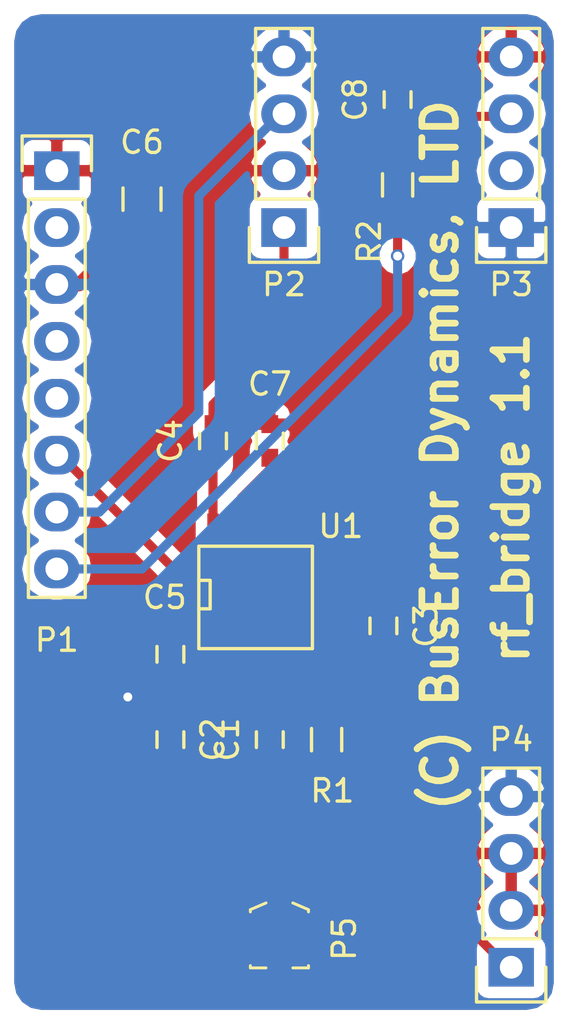
<source format=kicad_pcb>
(kicad_pcb (version 4) (host pcbnew 4.0.5+dfsg1-4)

  (general
    (links 35)
    (no_connects 0)
    (area 120.649499 69.849499 146.050501 115.570501)
    (thickness 1.6)
    (drawings 10)
    (tracks 52)
    (zones 0)
    (modules 16)
    (nets 18)
  )

  (page A4)
  (layers
    (0 F.Cu signal)
    (31 B.Cu signal)
    (32 B.Adhes user)
    (33 F.Adhes user)
    (34 B.Paste user)
    (35 F.Paste user)
    (36 B.SilkS user)
    (37 F.SilkS user)
    (38 B.Mask user)
    (39 F.Mask user)
    (40 Dwgs.User user)
    (41 Cmts.User user)
    (42 Eco1.User user)
    (43 Eco2.User user)
    (44 Edge.Cuts user)
    (45 Margin user)
    (46 B.CrtYd user)
    (47 F.CrtYd user)
    (48 B.Fab user)
    (49 F.Fab user)
  )

  (setup
    (last_trace_width 0.4064)
    (user_trace_width 0.254)
    (user_trace_width 0.4064)
    (user_trace_width 0.6096)
    (trace_clearance 0.2)
    (zone_clearance 0.508)
    (zone_45_only no)
    (trace_min 0.2)
    (segment_width 0.2)
    (edge_width 0.001)
    (via_size 0.6)
    (via_drill 0.4)
    (via_min_size 0.4)
    (via_min_drill 0.3)
    (uvia_size 0.3)
    (uvia_drill 0.1)
    (uvias_allowed no)
    (uvia_min_size 0.2)
    (uvia_min_drill 0.1)
    (pcb_text_width 0.3)
    (pcb_text_size 1.5 1.5)
    (mod_edge_width 0.15)
    (mod_text_size 1 1)
    (mod_text_width 0.15)
    (pad_size 1.524 1.524)
    (pad_drill 0.762)
    (pad_to_mask_clearance 0.2)
    (aux_axis_origin 0 0)
    (visible_elements FFFFEF7F)
    (pcbplotparams
      (layerselection 0x00030_80000001)
      (usegerberextensions false)
      (excludeedgelayer true)
      (linewidth 0.100000)
      (plotframeref false)
      (viasonmask false)
      (mode 1)
      (useauxorigin false)
      (hpglpennumber 1)
      (hpglpenspeed 20)
      (hpglpendiameter 15)
      (hpglpenoverlay 2)
      (psnegative false)
      (psa4output false)
      (plotreference true)
      (plotvalue true)
      (plotinvisibletext false)
      (padsonsilk false)
      (subtractmaskfromsilk false)
      (outputformat 1)
      (mirror false)
      (drillshape 1)
      (scaleselection 1)
      (outputdirectory ""))
  )

  (net 0 "")
  (net 1 "Net-(C1-Pad2)")
  (net 2 +5V)
  (net 3 GND)
  (net 4 "Net-(C3-Pad1)")
  (net 5 "Net-(C4-Pad1)")
  (net 6 "Net-(P1-Pad2)")
  (net 7 "Net-(P1-Pad4)")
  (net 8 "Net-(P1-Pad8)")
  (net 9 ANT)
  (net 10 ANT_RX)
  (net 11 ANT_TX)
  (net 12 ANT_SWITCH)
  (net 13 TX)
  (net 14 RX)
  (net 15 "Net-(P3-Pad2)")
  (net 16 "Net-(C7-Pad1)")
  (net 17 "Net-(P1-Pad5)")

  (net_class Default "This is the default net class."
    (clearance 0.2)
    (trace_width 0.25)
    (via_dia 0.6)
    (via_drill 0.4)
    (uvia_dia 0.3)
    (uvia_drill 0.1)
    (add_net +5V)
    (add_net ANT_SWITCH)
    (add_net GND)
    (add_net "Net-(C1-Pad2)")
    (add_net "Net-(C3-Pad1)")
    (add_net "Net-(C4-Pad1)")
    (add_net "Net-(C7-Pad1)")
    (add_net "Net-(P1-Pad2)")
    (add_net "Net-(P1-Pad4)")
    (add_net "Net-(P1-Pad5)")
    (add_net "Net-(P1-Pad8)")
    (add_net "Net-(P3-Pad2)")
    (add_net RX)
    (add_net TX)
  )

  (net_class Antennas ""
    (clearance 0.2)
    (trace_width 0.4064)
    (via_dia 0.6)
    (via_drill 0.4)
    (uvia_dia 0.3)
    (uvia_drill 0.1)
    (add_net ANT)
    (add_net ANT_RX)
    (add_net ANT_TX)
  )

  (module Pin_Headers:Pin_Header_Straight_1x08 (layer F.Cu) (tedit 58A73EFD) (tstamp 58A82D2D)
    (at 123.19 77.47)
    (descr "Through hole pin header")
    (tags "pin header")
    (path /58A73991)
    (fp_text reference P1 (at 0 20.955) (layer F.SilkS)
      (effects (font (size 1 1) (thickness 0.15)))
    )
    (fp_text value CONN_01X08 (at 2.54 8.89 90) (layer F.Fab)
      (effects (font (size 1 1) (thickness 0.15)))
    )
    (fp_line (start -1.75 -1.75) (end -1.75 19.55) (layer F.CrtYd) (width 0.05))
    (fp_line (start 1.75 -1.75) (end 1.75 19.55) (layer F.CrtYd) (width 0.05))
    (fp_line (start -1.75 -1.75) (end 1.75 -1.75) (layer F.CrtYd) (width 0.05))
    (fp_line (start -1.75 19.55) (end 1.75 19.55) (layer F.CrtYd) (width 0.05))
    (fp_line (start 1.27 1.27) (end 1.27 19.05) (layer F.SilkS) (width 0.15))
    (fp_line (start 1.27 19.05) (end -1.27 19.05) (layer F.SilkS) (width 0.15))
    (fp_line (start -1.27 19.05) (end -1.27 1.27) (layer F.SilkS) (width 0.15))
    (fp_line (start 1.55 -1.55) (end 1.55 0) (layer F.SilkS) (width 0.15))
    (fp_line (start 1.27 1.27) (end -1.27 1.27) (layer F.SilkS) (width 0.15))
    (fp_line (start -1.55 0) (end -1.55 -1.55) (layer F.SilkS) (width 0.15))
    (fp_line (start -1.55 -1.55) (end 1.55 -1.55) (layer F.SilkS) (width 0.15))
    (pad 1 thru_hole rect (at 0 0) (size 2.032 1.7272) (drill 1.016) (layers *.Cu *.Mask)
      (net 3 GND))
    (pad 2 thru_hole oval (at 0 2.54) (size 2.032 1.7272) (drill 1.016) (layers *.Cu *.Mask)
      (net 6 "Net-(P1-Pad2)"))
    (pad 3 thru_hole oval (at 0 5.08) (size 2.032 1.7272) (drill 1.016) (layers *.Cu *.Mask)
      (net 2 +5V))
    (pad 4 thru_hole oval (at 0 7.62) (size 2.032 1.7272) (drill 1.016) (layers *.Cu *.Mask)
      (net 7 "Net-(P1-Pad4)"))
    (pad 5 thru_hole oval (at 0 10.16) (size 2.032 1.7272) (drill 1.016) (layers *.Cu *.Mask)
      (net 17 "Net-(P1-Pad5)"))
    (pad 6 thru_hole oval (at 0 12.7) (size 2.032 1.7272) (drill 1.016) (layers *.Cu *.Mask)
      (net 12 ANT_SWITCH))
    (pad 7 thru_hole oval (at 0 15.24) (size 2.032 1.7272) (drill 1.016) (layers *.Cu *.Mask)
      (net 13 TX))
    (pad 8 thru_hole oval (at 0 17.78) (size 2.032 1.7272) (drill 1.016) (layers *.Cu *.Mask)
      (net 8 "Net-(P1-Pad8)"))
    (model Pin_Headers.3dshapes/Pin_Header_Straight_1x08.wrl
      (at (xyz 0 -0.35 0))
      (scale (xyz 1 1 1))
      (rotate (xyz 0 0 90))
    )
  )

  (module Resistors_SMD:R_0603 (layer F.Cu) (tedit 58A74441) (tstamp 58A82D3D)
    (at 135.255 102.87 270)
    (descr "Resistor SMD 0603, reflow soldering, Vishay (see dcrcw.pdf)")
    (tags "resistor 0603")
    (path /58A72DEE)
    (attr smd)
    (fp_text reference R1 (at 2.286 -0.254 360) (layer F.SilkS)
      (effects (font (size 1 1) (thickness 0.15)))
    )
    (fp_text value 10K (at 0.254 -1.778 270) (layer F.Fab)
      (effects (font (size 1 1) (thickness 0.15)))
    )
    (fp_line (start -0.8 0.4) (end -0.8 -0.4) (layer F.Fab) (width 0.1))
    (fp_line (start 0.8 0.4) (end -0.8 0.4) (layer F.Fab) (width 0.1))
    (fp_line (start 0.8 -0.4) (end 0.8 0.4) (layer F.Fab) (width 0.1))
    (fp_line (start -0.8 -0.4) (end 0.8 -0.4) (layer F.Fab) (width 0.1))
    (fp_line (start -1.3 -0.8) (end 1.3 -0.8) (layer F.CrtYd) (width 0.05))
    (fp_line (start -1.3 0.8) (end 1.3 0.8) (layer F.CrtYd) (width 0.05))
    (fp_line (start -1.3 -0.8) (end -1.3 0.8) (layer F.CrtYd) (width 0.05))
    (fp_line (start 1.3 -0.8) (end 1.3 0.8) (layer F.CrtYd) (width 0.05))
    (fp_line (start 0.5 0.675) (end -0.5 0.675) (layer F.SilkS) (width 0.15))
    (fp_line (start -0.5 -0.675) (end 0.5 -0.675) (layer F.SilkS) (width 0.15))
    (pad 1 smd rect (at -0.75 0 270) (size 0.5 0.9) (layers F.Cu F.Paste F.Mask)
      (net 12 ANT_SWITCH))
    (pad 2 smd rect (at 0.75 0 270) (size 0.5 0.9) (layers F.Cu F.Paste F.Mask)
      (net 3 GND))
    (model Resistors_SMD.3dshapes/R_0603.wrl
      (at (xyz 0 0 0))
      (scale (xyz 1 1 1))
      (rotate (xyz 0 0 0))
    )
  )

  (module SMD_Packages:SOIC-8-N (layer F.Cu) (tedit 58A73ECC) (tstamp 58A82D50)
    (at 132.08 96.52)
    (descr "Module Narrow CMS SOJ 8 pins large")
    (tags "CMS SOJ")
    (path /58A72398)
    (attr smd)
    (fp_text reference U1 (at 3.81 -3.175) (layer F.SilkS)
      (effects (font (size 1 1) (thickness 0.15)))
    )
    (fp_text value SA630 (at 0 1.27) (layer F.Fab)
      (effects (font (size 1 1) (thickness 0.15)))
    )
    (fp_line (start -2.54 -2.286) (end 2.54 -2.286) (layer F.SilkS) (width 0.15))
    (fp_line (start 2.54 -2.286) (end 2.54 2.286) (layer F.SilkS) (width 0.15))
    (fp_line (start 2.54 2.286) (end -2.54 2.286) (layer F.SilkS) (width 0.15))
    (fp_line (start -2.54 2.286) (end -2.54 -2.286) (layer F.SilkS) (width 0.15))
    (fp_line (start -2.54 -0.762) (end -2.032 -0.762) (layer F.SilkS) (width 0.15))
    (fp_line (start -2.032 -0.762) (end -2.032 0.508) (layer F.SilkS) (width 0.15))
    (fp_line (start -2.032 0.508) (end -2.54 0.508) (layer F.SilkS) (width 0.15))
    (pad 8 smd rect (at -1.905 -3.175) (size 0.508 1.143) (layers F.Cu F.Paste F.Mask)
      (net 5 "Net-(C4-Pad1)"))
    (pad 7 smd rect (at -0.635 -3.175) (size 0.508 1.143) (layers F.Cu F.Paste F.Mask)
      (net 16 "Net-(C7-Pad1)"))
    (pad 6 smd rect (at 0.635 -3.175) (size 0.508 1.143) (layers F.Cu F.Paste F.Mask)
      (net 3 GND))
    (pad 5 smd rect (at 1.905 -3.175) (size 0.508 1.143) (layers F.Cu F.Paste F.Mask)
      (net 4 "Net-(C3-Pad1)"))
    (pad 4 smd rect (at 1.905 3.175) (size 0.508 1.143) (layers F.Cu F.Paste F.Mask)
      (net 12 ANT_SWITCH))
    (pad 3 smd rect (at 0.635 3.175) (size 0.508 1.143) (layers F.Cu F.Paste F.Mask)
      (net 1 "Net-(C1-Pad2)"))
    (pad 2 smd rect (at -0.635 3.175) (size 0.508 1.143) (layers F.Cu F.Paste F.Mask)
      (net 3 GND))
    (pad 1 smd rect (at -1.905 3.175) (size 0.508 1.143) (layers F.Cu F.Paste F.Mask)
      (net 2 +5V))
    (model SMD_Packages.3dshapes/SOIC-8-N.wrl
      (at (xyz 0 0 0))
      (scale (xyz 0.5 0.38 0.5))
      (rotate (xyz 0 0 0))
    )
  )

  (module Pin_Headers:Pin_Header_Straight_1x04 (layer F.Cu) (tedit 58A73EF3) (tstamp 58A970AA)
    (at 133.35 80.01 180)
    (descr "Through hole pin header")
    (tags "pin header")
    (path /58A740D8)
    (fp_text reference P2 (at 0 -2.54 180) (layer F.SilkS)
      (effects (font (size 1 1) (thickness 0.15)))
    )
    (fp_text value RF_TX (at -2.54 0.635 270) (layer F.Fab)
      (effects (font (size 1 1) (thickness 0.15)))
    )
    (fp_line (start -1.75 -1.75) (end -1.75 9.4) (layer F.CrtYd) (width 0.05))
    (fp_line (start 1.75 -1.75) (end 1.75 9.4) (layer F.CrtYd) (width 0.05))
    (fp_line (start -1.75 -1.75) (end 1.75 -1.75) (layer F.CrtYd) (width 0.05))
    (fp_line (start -1.75 9.4) (end 1.75 9.4) (layer F.CrtYd) (width 0.05))
    (fp_line (start -1.27 1.27) (end -1.27 8.89) (layer F.SilkS) (width 0.15))
    (fp_line (start 1.27 1.27) (end 1.27 8.89) (layer F.SilkS) (width 0.15))
    (fp_line (start 1.55 -1.55) (end 1.55 0) (layer F.SilkS) (width 0.15))
    (fp_line (start -1.27 8.89) (end 1.27 8.89) (layer F.SilkS) (width 0.15))
    (fp_line (start 1.27 1.27) (end -1.27 1.27) (layer F.SilkS) (width 0.15))
    (fp_line (start -1.55 0) (end -1.55 -1.55) (layer F.SilkS) (width 0.15))
    (fp_line (start -1.55 -1.55) (end 1.55 -1.55) (layer F.SilkS) (width 0.15))
    (pad 1 thru_hole rect (at 0 0 180) (size 2.032 1.7272) (drill 1.016) (layers *.Cu *.Mask)
      (net 11 ANT_TX))
    (pad 2 thru_hole oval (at 0 2.54 180) (size 2.032 1.7272) (drill 1.016) (layers *.Cu *.Mask)
      (net 3 GND))
    (pad 3 thru_hole oval (at 0 5.08 180) (size 2.032 1.7272) (drill 1.016) (layers *.Cu *.Mask)
      (net 13 TX))
    (pad 4 thru_hole oval (at 0 7.62 180) (size 2.032 1.7272) (drill 1.016) (layers *.Cu *.Mask)
      (net 2 +5V))
    (model Pin_Headers.3dshapes/Pin_Header_Straight_1x04.wrl
      (at (xyz 0 -0.15 0))
      (scale (xyz 1 1 1))
      (rotate (xyz 0 0 90))
    )
  )

  (module Pin_Headers:Pin_Header_Straight_1x04 (layer F.Cu) (tedit 58A73E8F) (tstamp 58A970BD)
    (at 143.51 80.01 180)
    (descr "Through hole pin header")
    (tags "pin header")
    (path /58A74159)
    (fp_text reference P3 (at 0 -2.54 180) (layer F.SilkS)
      (effects (font (size 1 1) (thickness 0.15)))
    )
    (fp_text value RF_RX1 (at 2.54 1.27 270) (layer F.Fab)
      (effects (font (size 1 1) (thickness 0.15)))
    )
    (fp_line (start -1.75 -1.75) (end -1.75 9.4) (layer F.CrtYd) (width 0.05))
    (fp_line (start 1.75 -1.75) (end 1.75 9.4) (layer F.CrtYd) (width 0.05))
    (fp_line (start -1.75 -1.75) (end 1.75 -1.75) (layer F.CrtYd) (width 0.05))
    (fp_line (start -1.75 9.4) (end 1.75 9.4) (layer F.CrtYd) (width 0.05))
    (fp_line (start -1.27 1.27) (end -1.27 8.89) (layer F.SilkS) (width 0.15))
    (fp_line (start 1.27 1.27) (end 1.27 8.89) (layer F.SilkS) (width 0.15))
    (fp_line (start 1.55 -1.55) (end 1.55 0) (layer F.SilkS) (width 0.15))
    (fp_line (start -1.27 8.89) (end 1.27 8.89) (layer F.SilkS) (width 0.15))
    (fp_line (start 1.27 1.27) (end -1.27 1.27) (layer F.SilkS) (width 0.15))
    (fp_line (start -1.55 0) (end -1.55 -1.55) (layer F.SilkS) (width 0.15))
    (fp_line (start -1.55 -1.55) (end 1.55 -1.55) (layer F.SilkS) (width 0.15))
    (pad 1 thru_hole rect (at 0 0 180) (size 2.032 1.7272) (drill 1.016) (layers *.Cu *.Mask)
      (net 2 +5V))
    (pad 2 thru_hole oval (at 0 2.54 180) (size 2.032 1.7272) (drill 1.016) (layers *.Cu *.Mask)
      (net 15 "Net-(P3-Pad2)"))
    (pad 3 thru_hole oval (at 0 5.08 180) (size 2.032 1.7272) (drill 1.016) (layers *.Cu *.Mask)
      (net 14 RX))
    (pad 4 thru_hole oval (at 0 7.62 180) (size 2.032 1.7272) (drill 1.016) (layers *.Cu *.Mask)
      (net 3 GND))
    (model Pin_Headers.3dshapes/Pin_Header_Straight_1x04.wrl
      (at (xyz 0 -0.15 0))
      (scale (xyz 1 1 1))
      (rotate (xyz 0 0 90))
    )
  )

  (module Pin_Headers:Pin_Header_Straight_1x04 (layer F.Cu) (tedit 58A73E8D) (tstamp 58A970D0)
    (at 143.51 113.03 180)
    (descr "Through hole pin header")
    (tags "pin header")
    (path /58A741CF)
    (fp_text reference P4 (at 0 10.16 180) (layer F.SilkS)
      (effects (font (size 1 1) (thickness 0.15)))
    )
    (fp_text value RF_RX2 (at 2.54 1.27 270) (layer F.Fab)
      (effects (font (size 1 1) (thickness 0.15)))
    )
    (fp_line (start -1.75 -1.75) (end -1.75 9.4) (layer F.CrtYd) (width 0.05))
    (fp_line (start 1.75 -1.75) (end 1.75 9.4) (layer F.CrtYd) (width 0.05))
    (fp_line (start -1.75 -1.75) (end 1.75 -1.75) (layer F.CrtYd) (width 0.05))
    (fp_line (start -1.75 9.4) (end 1.75 9.4) (layer F.CrtYd) (width 0.05))
    (fp_line (start -1.27 1.27) (end -1.27 8.89) (layer F.SilkS) (width 0.15))
    (fp_line (start 1.27 1.27) (end 1.27 8.89) (layer F.SilkS) (width 0.15))
    (fp_line (start 1.55 -1.55) (end 1.55 0) (layer F.SilkS) (width 0.15))
    (fp_line (start -1.27 8.89) (end 1.27 8.89) (layer F.SilkS) (width 0.15))
    (fp_line (start 1.27 1.27) (end -1.27 1.27) (layer F.SilkS) (width 0.15))
    (fp_line (start -1.55 0) (end -1.55 -1.55) (layer F.SilkS) (width 0.15))
    (fp_line (start -1.55 -1.55) (end 1.55 -1.55) (layer F.SilkS) (width 0.15))
    (pad 1 thru_hole rect (at 0 0 180) (size 2.032 1.7272) (drill 1.016) (layers *.Cu *.Mask)
      (net 10 ANT_RX))
    (pad 2 thru_hole oval (at 0 2.54 180) (size 2.032 1.7272) (drill 1.016) (layers *.Cu *.Mask)
      (net 3 GND))
    (pad 3 thru_hole oval (at 0 5.08 180) (size 2.032 1.7272) (drill 1.016) (layers *.Cu *.Mask)
      (net 3 GND))
    (pad 4 thru_hole oval (at 0 7.62 180) (size 2.032 1.7272) (drill 1.016) (layers *.Cu *.Mask)
      (net 2 +5V))
    (model Pin_Headers.3dshapes/Pin_Header_Straight_1x04.wrl
      (at (xyz 0 -0.15 0))
      (scale (xyz 1 1 1))
      (rotate (xyz 0 0 90))
    )
  )

  (module Capacitors_SMD:C_0603 (layer F.Cu) (tedit 58A7442A) (tstamp 58A9E6EB)
    (at 128.27 99.06 90)
    (descr "Capacitor SMD 0603, reflow soldering, AVX (see smccp.pdf)")
    (tags "capacitor 0603")
    (path /58A74CCA)
    (attr smd)
    (fp_text reference C5 (at 2.54 -0.254 180) (layer F.SilkS)
      (effects (font (size 1 1) (thickness 0.15)))
    )
    (fp_text value 100nF (at 0 -2.286 90) (layer F.Fab)
      (effects (font (size 1 1) (thickness 0.15)))
    )
    (fp_line (start -0.8 0.4) (end -0.8 -0.4) (layer F.Fab) (width 0.15))
    (fp_line (start 0.8 0.4) (end -0.8 0.4) (layer F.Fab) (width 0.15))
    (fp_line (start 0.8 -0.4) (end 0.8 0.4) (layer F.Fab) (width 0.15))
    (fp_line (start -0.8 -0.4) (end 0.8 -0.4) (layer F.Fab) (width 0.15))
    (fp_line (start -1.45 -0.75) (end 1.45 -0.75) (layer F.CrtYd) (width 0.05))
    (fp_line (start -1.45 0.75) (end 1.45 0.75) (layer F.CrtYd) (width 0.05))
    (fp_line (start -1.45 -0.75) (end -1.45 0.75) (layer F.CrtYd) (width 0.05))
    (fp_line (start 1.45 -0.75) (end 1.45 0.75) (layer F.CrtYd) (width 0.05))
    (fp_line (start -0.35 -0.6) (end 0.35 -0.6) (layer F.SilkS) (width 0.15))
    (fp_line (start 0.35 0.6) (end -0.35 0.6) (layer F.SilkS) (width 0.15))
    (pad 1 smd rect (at -0.75 0 90) (size 0.8 0.75) (layers F.Cu F.Paste F.Mask)
      (net 2 +5V))
    (pad 2 smd rect (at 0.75 0 90) (size 0.8 0.75) (layers F.Cu F.Paste F.Mask)
      (net 3 GND))
    (model Capacitors_SMD.3dshapes/C_0603.wrl
      (at (xyz 0 0 0))
      (scale (xyz 1 1 1))
      (rotate (xyz 0 0 0))
    )
  )

  (module Capacitors_SMD:C_0805 (layer F.Cu) (tedit 58A73EE3) (tstamp 58A9E6FB)
    (at 127 78.74 90)
    (descr "Capacitor SMD 0805, reflow soldering, AVX (see smccp.pdf)")
    (tags "capacitor 0805")
    (path /58A74D56)
    (attr smd)
    (fp_text reference C6 (at 2.54 0 180) (layer F.SilkS)
      (effects (font (size 1 1) (thickness 0.15)))
    )
    (fp_text value 4.7uF (at 0 2.1 90) (layer F.Fab)
      (effects (font (size 1 1) (thickness 0.15)))
    )
    (fp_line (start -1 0.625) (end -1 -0.625) (layer F.Fab) (width 0.15))
    (fp_line (start 1 0.625) (end -1 0.625) (layer F.Fab) (width 0.15))
    (fp_line (start 1 -0.625) (end 1 0.625) (layer F.Fab) (width 0.15))
    (fp_line (start -1 -0.625) (end 1 -0.625) (layer F.Fab) (width 0.15))
    (fp_line (start -1.8 -1) (end 1.8 -1) (layer F.CrtYd) (width 0.05))
    (fp_line (start -1.8 1) (end 1.8 1) (layer F.CrtYd) (width 0.05))
    (fp_line (start -1.8 -1) (end -1.8 1) (layer F.CrtYd) (width 0.05))
    (fp_line (start 1.8 -1) (end 1.8 1) (layer F.CrtYd) (width 0.05))
    (fp_line (start 0.5 -0.85) (end -0.5 -0.85) (layer F.SilkS) (width 0.15))
    (fp_line (start -0.5 0.85) (end 0.5 0.85) (layer F.SilkS) (width 0.15))
    (pad 1 smd rect (at -1 0 90) (size 1 1.25) (layers F.Cu F.Paste F.Mask)
      (net 2 +5V))
    (pad 2 smd rect (at 1 0 90) (size 1 1.25) (layers F.Cu F.Paste F.Mask)
      (net 3 GND))
    (model Capacitors_SMD.3dshapes/C_0805.wrl
      (at (xyz 0 0 0))
      (scale (xyz 1 1 1))
      (rotate (xyz 0 0 0))
    )
  )

  (module Michels_Library:U.FL-Coax (layer F.Cu) (tedit 55FA0B94) (tstamp 58ACD63F)
    (at 133.145 111.76 90)
    (path /58A76918)
    (fp_text reference P5 (at 0 2.9 90) (layer F.SilkS)
      (effects (font (size 1 1) (thickness 0.15)))
    )
    (fp_text value BNC (at 0 -2.8 90) (layer F.Fab)
      (effects (font (size 1 1) (thickness 0.15)))
    )
    (fp_line (start -1.3 1.3) (end -1.2 1.3) (layer F.SilkS) (width 0.13))
    (fp_line (start -1.3 -1.3) (end -1.2 -1.3) (layer F.SilkS) (width 0.13))
    (fp_line (start 1.3 -1.3) (end 1.2 -1.3) (layer F.SilkS) (width 0.13))
    (fp_line (start 1.3 1.3) (end 1.2 1.3) (layer F.SilkS) (width 0.13))
    (fp_line (start 1.6 -0.6) (end 1.3 -1.3) (layer F.SilkS) (width 0.13))
    (fp_line (start 1.3 1.3) (end 1.6 0.6) (layer F.SilkS) (width 0.13))
    (fp_line (start -1.3 0.6) (end -1.3 1.3) (layer F.SilkS) (width 0.13))
    (fp_line (start -1.3 -1.3) (end -1.3 -0.6) (layer F.SilkS) (width 0.13))
    (fp_line (start -1.7 1.7) (end -1.7 -1.7) (layer F.CrtYd) (width 0.05))
    (fp_line (start 1.7 1.7) (end -1.7 1.7) (layer F.CrtYd) (width 0.05))
    (fp_line (start 1.7 -1.7) (end 1.7 1.7) (layer F.CrtYd) (width 0.05))
    (fp_line (start -1.7 -1.7) (end 1.7 -1.7) (layer F.CrtYd) (width 0.05))
    (pad 2 smd rect (at -1.525 0 90) (size 1.05 1) (layers F.Cu F.Paste F.Mask)
      (net 3 GND))
    (pad 1 smd rect (at 1.525 0 90) (size 1.05 1) (layers F.Cu F.Paste F.Mask)
      (net 9 ANT))
    (pad 2 smd rect (at 0 -1.475 90) (size 2.2 1.05) (layers F.Cu F.Paste F.Mask)
      (net 3 GND))
    (pad 2 smd rect (at 0 1.475 90) (size 2.2 1.05) (layers F.Cu F.Paste F.Mask)
      (net 3 GND))
  )

  (module Capacitors_SMD:C_0603 (layer F.Cu) (tedit 5415D631) (tstamp 58B24A39)
    (at 132.715 89.535 90)
    (descr "Capacitor SMD 0603, reflow soldering, AVX (see smccp.pdf)")
    (tags "capacitor 0603")
    (path /58A77ED0)
    (attr smd)
    (fp_text reference C7 (at 2.54 0 180) (layer F.SilkS)
      (effects (font (size 1 1) (thickness 0.15)))
    )
    (fp_text value 10nF (at 0.52 1.9 90) (layer F.Fab)
      (effects (font (size 1 1) (thickness 0.15)))
    )
    (fp_line (start -0.8 0.4) (end -0.8 -0.4) (layer F.Fab) (width 0.15))
    (fp_line (start 0.8 0.4) (end -0.8 0.4) (layer F.Fab) (width 0.15))
    (fp_line (start 0.8 -0.4) (end 0.8 0.4) (layer F.Fab) (width 0.15))
    (fp_line (start -0.8 -0.4) (end 0.8 -0.4) (layer F.Fab) (width 0.15))
    (fp_line (start -1.45 -0.75) (end 1.45 -0.75) (layer F.CrtYd) (width 0.05))
    (fp_line (start -1.45 0.75) (end 1.45 0.75) (layer F.CrtYd) (width 0.05))
    (fp_line (start -1.45 -0.75) (end -1.45 0.75) (layer F.CrtYd) (width 0.05))
    (fp_line (start 1.45 -0.75) (end 1.45 0.75) (layer F.CrtYd) (width 0.05))
    (fp_line (start -0.35 -0.6) (end 0.35 -0.6) (layer F.SilkS) (width 0.15))
    (fp_line (start 0.35 0.6) (end -0.35 0.6) (layer F.SilkS) (width 0.15))
    (pad 1 smd rect (at -0.75 0 90) (size 0.8 0.75) (layers F.Cu F.Paste F.Mask)
      (net 16 "Net-(C7-Pad1)"))
    (pad 2 smd rect (at 0.75 0 90) (size 0.8 0.75) (layers F.Cu F.Paste F.Mask)
      (net 3 GND))
    (model Capacitors_SMD.3dshapes/C_0603.wrl
      (at (xyz 0 0 0))
      (scale (xyz 1 1 1))
      (rotate (xyz 0 0 0))
    )
  )

  (module Capacitors_SMD:C_0603 (layer F.Cu) (tedit 5415D631) (tstamp 58B24E65)
    (at 138.43 74.295 90)
    (descr "Capacitor SMD 0603, reflow soldering, AVX (see smccp.pdf)")
    (tags "capacitor 0603")
    (path /58A78C78)
    (attr smd)
    (fp_text reference C8 (at 0 -1.9 90) (layer F.SilkS)
      (effects (font (size 1 1) (thickness 0.15)))
    )
    (fp_text value 10pF (at 0 1.9 90) (layer F.Fab)
      (effects (font (size 1 1) (thickness 0.15)))
    )
    (fp_line (start -0.8 0.4) (end -0.8 -0.4) (layer F.Fab) (width 0.15))
    (fp_line (start 0.8 0.4) (end -0.8 0.4) (layer F.Fab) (width 0.15))
    (fp_line (start 0.8 -0.4) (end 0.8 0.4) (layer F.Fab) (width 0.15))
    (fp_line (start -0.8 -0.4) (end 0.8 -0.4) (layer F.Fab) (width 0.15))
    (fp_line (start -1.45 -0.75) (end 1.45 -0.75) (layer F.CrtYd) (width 0.05))
    (fp_line (start -1.45 0.75) (end 1.45 0.75) (layer F.CrtYd) (width 0.05))
    (fp_line (start -1.45 -0.75) (end -1.45 0.75) (layer F.CrtYd) (width 0.05))
    (fp_line (start 1.45 -0.75) (end 1.45 0.75) (layer F.CrtYd) (width 0.05))
    (fp_line (start -0.35 -0.6) (end 0.35 -0.6) (layer F.SilkS) (width 0.15))
    (fp_line (start 0.35 0.6) (end -0.35 0.6) (layer F.SilkS) (width 0.15))
    (pad 1 smd rect (at -0.75 0 90) (size 0.8 0.75) (layers F.Cu F.Paste F.Mask)
      (net 14 RX))
    (pad 2 smd rect (at 0.75 0 90) (size 0.8 0.75) (layers F.Cu F.Paste F.Mask)
      (net 3 GND))
    (model Capacitors_SMD.3dshapes/C_0603.wrl
      (at (xyz 0 0 0))
      (scale (xyz 1 1 1))
      (rotate (xyz 0 0 0))
    )
  )

  (module Resistors_SMD:R_0603 (layer F.Cu) (tedit 58307A47) (tstamp 58B254F6)
    (at 138.43 78.105 270)
    (descr "Resistor SMD 0603, reflow soldering, Vishay (see dcrcw.pdf)")
    (tags "resistor 0603")
    (path /58A78B81)
    (attr smd)
    (fp_text reference R2 (at 2.54 1.27 270) (layer F.SilkS)
      (effects (font (size 1 1) (thickness 0.15)))
    )
    (fp_text value 100 (at 0 1.9 270) (layer F.Fab)
      (effects (font (size 1 1) (thickness 0.15)))
    )
    (fp_line (start -0.8 0.4) (end -0.8 -0.4) (layer F.Fab) (width 0.1))
    (fp_line (start 0.8 0.4) (end -0.8 0.4) (layer F.Fab) (width 0.1))
    (fp_line (start 0.8 -0.4) (end 0.8 0.4) (layer F.Fab) (width 0.1))
    (fp_line (start -0.8 -0.4) (end 0.8 -0.4) (layer F.Fab) (width 0.1))
    (fp_line (start -1.3 -0.8) (end 1.3 -0.8) (layer F.CrtYd) (width 0.05))
    (fp_line (start -1.3 0.8) (end 1.3 0.8) (layer F.CrtYd) (width 0.05))
    (fp_line (start -1.3 -0.8) (end -1.3 0.8) (layer F.CrtYd) (width 0.05))
    (fp_line (start 1.3 -0.8) (end 1.3 0.8) (layer F.CrtYd) (width 0.05))
    (fp_line (start 0.5 0.675) (end -0.5 0.675) (layer F.SilkS) (width 0.15))
    (fp_line (start -0.5 -0.675) (end 0.5 -0.675) (layer F.SilkS) (width 0.15))
    (pad 1 smd rect (at -0.75 0 270) (size 0.5 0.9) (layers F.Cu F.Paste F.Mask)
      (net 14 RX))
    (pad 2 smd rect (at 0.75 0 270) (size 0.5 0.9) (layers F.Cu F.Paste F.Mask)
      (net 8 "Net-(P1-Pad8)"))
    (model Resistors_SMD.3dshapes/R_0603.wrl
      (at (xyz 0 0 0))
      (scale (xyz 1 1 1))
      (rotate (xyz 0 0 0))
    )
  )

  (module Capacitors_SMD:C_0603 (layer F.Cu) (tedit 5415D631) (tstamp 58A82CF6)
    (at 128.27 102.87 270)
    (descr "Capacitor SMD 0603, reflow soldering, AVX (see smccp.pdf)")
    (tags "capacitor 0603")
    (path /58A7265C)
    (attr smd)
    (fp_text reference C2 (at 0 -1.9 270) (layer F.SilkS)
      (effects (font (size 1 1) (thickness 0.15)))
    )
    (fp_text value 10nF (at 0 1.9 270) (layer F.Fab)
      (effects (font (size 1 1) (thickness 0.15)))
    )
    (fp_line (start -0.8 0.4) (end -0.8 -0.4) (layer F.Fab) (width 0.15))
    (fp_line (start 0.8 0.4) (end -0.8 0.4) (layer F.Fab) (width 0.15))
    (fp_line (start 0.8 -0.4) (end 0.8 0.4) (layer F.Fab) (width 0.15))
    (fp_line (start -0.8 -0.4) (end 0.8 -0.4) (layer F.Fab) (width 0.15))
    (fp_line (start -1.45 -0.75) (end 1.45 -0.75) (layer F.CrtYd) (width 0.05))
    (fp_line (start -1.45 0.75) (end 1.45 0.75) (layer F.CrtYd) (width 0.05))
    (fp_line (start -1.45 -0.75) (end -1.45 0.75) (layer F.CrtYd) (width 0.05))
    (fp_line (start 1.45 -0.75) (end 1.45 0.75) (layer F.CrtYd) (width 0.05))
    (fp_line (start -0.35 -0.6) (end 0.35 -0.6) (layer F.SilkS) (width 0.15))
    (fp_line (start 0.35 0.6) (end -0.35 0.6) (layer F.SilkS) (width 0.15))
    (pad 1 smd rect (at -0.75 0 270) (size 0.8 0.75) (layers F.Cu F.Paste F.Mask)
      (net 2 +5V))
    (pad 2 smd rect (at 0.75 0 270) (size 0.8 0.75) (layers F.Cu F.Paste F.Mask)
      (net 3 GND))
    (model Capacitors_SMD.3dshapes/C_0603.wrl
      (at (xyz 0 0 0))
      (scale (xyz 1 1 1))
      (rotate (xyz 0 0 0))
    )
  )

  (module Capacitors_SMD:C_0603 (layer F.Cu) (tedit 5415D631) (tstamp 58A82CE6)
    (at 132.715 102.87 90)
    (descr "Capacitor SMD 0603, reflow soldering, AVX (see smccp.pdf)")
    (tags "capacitor 0603")
    (path /58A72CE9)
    (attr smd)
    (fp_text reference C1 (at 0 -1.9 90) (layer F.SilkS)
      (effects (font (size 1 1) (thickness 0.15)))
    )
    (fp_text value 10nF (at 0 1.9 90) (layer F.Fab)
      (effects (font (size 1 1) (thickness 0.15)))
    )
    (fp_line (start -0.8 0.4) (end -0.8 -0.4) (layer F.Fab) (width 0.15))
    (fp_line (start 0.8 0.4) (end -0.8 0.4) (layer F.Fab) (width 0.15))
    (fp_line (start 0.8 -0.4) (end 0.8 0.4) (layer F.Fab) (width 0.15))
    (fp_line (start -0.8 -0.4) (end 0.8 -0.4) (layer F.Fab) (width 0.15))
    (fp_line (start -1.45 -0.75) (end 1.45 -0.75) (layer F.CrtYd) (width 0.05))
    (fp_line (start -1.45 0.75) (end 1.45 0.75) (layer F.CrtYd) (width 0.05))
    (fp_line (start -1.45 -0.75) (end -1.45 0.75) (layer F.CrtYd) (width 0.05))
    (fp_line (start 1.45 -0.75) (end 1.45 0.75) (layer F.CrtYd) (width 0.05))
    (fp_line (start -0.35 -0.6) (end 0.35 -0.6) (layer F.SilkS) (width 0.15))
    (fp_line (start 0.35 0.6) (end -0.35 0.6) (layer F.SilkS) (width 0.15))
    (pad 1 smd rect (at -0.75 0 90) (size 0.8 0.75) (layers F.Cu F.Paste F.Mask)
      (net 9 ANT))
    (pad 2 smd rect (at 0.75 0 90) (size 0.8 0.75) (layers F.Cu F.Paste F.Mask)
      (net 1 "Net-(C1-Pad2)"))
    (model Capacitors_SMD.3dshapes/C_0603.wrl
      (at (xyz 0 0 0))
      (scale (xyz 1 1 1))
      (rotate (xyz 0 0 0))
    )
  )

  (module Capacitors_SMD:C_0603 (layer F.Cu) (tedit 5415D631) (tstamp 58A82D06)
    (at 137.795 97.79 270)
    (descr "Capacitor SMD 0603, reflow soldering, AVX (see smccp.pdf)")
    (tags "capacitor 0603")
    (path /58A7283D)
    (attr smd)
    (fp_text reference C3 (at 0 -1.9 270) (layer F.SilkS)
      (effects (font (size 1 1) (thickness 0.15)))
    )
    (fp_text value 10nF (at 0 1.9 270) (layer F.Fab)
      (effects (font (size 1 1) (thickness 0.15)))
    )
    (fp_line (start -0.8 0.4) (end -0.8 -0.4) (layer F.Fab) (width 0.15))
    (fp_line (start 0.8 0.4) (end -0.8 0.4) (layer F.Fab) (width 0.15))
    (fp_line (start 0.8 -0.4) (end 0.8 0.4) (layer F.Fab) (width 0.15))
    (fp_line (start -0.8 -0.4) (end 0.8 -0.4) (layer F.Fab) (width 0.15))
    (fp_line (start -1.45 -0.75) (end 1.45 -0.75) (layer F.CrtYd) (width 0.05))
    (fp_line (start -1.45 0.75) (end 1.45 0.75) (layer F.CrtYd) (width 0.05))
    (fp_line (start -1.45 -0.75) (end -1.45 0.75) (layer F.CrtYd) (width 0.05))
    (fp_line (start 1.45 -0.75) (end 1.45 0.75) (layer F.CrtYd) (width 0.05))
    (fp_line (start -0.35 -0.6) (end 0.35 -0.6) (layer F.SilkS) (width 0.15))
    (fp_line (start 0.35 0.6) (end -0.35 0.6) (layer F.SilkS) (width 0.15))
    (pad 1 smd rect (at -0.75 0 270) (size 0.8 0.75) (layers F.Cu F.Paste F.Mask)
      (net 4 "Net-(C3-Pad1)"))
    (pad 2 smd rect (at 0.75 0 270) (size 0.8 0.75) (layers F.Cu F.Paste F.Mask)
      (net 10 ANT_RX))
    (model Capacitors_SMD.3dshapes/C_0603.wrl
      (at (xyz 0 0 0))
      (scale (xyz 1 1 1))
      (rotate (xyz 0 0 0))
    )
  )

  (module Capacitors_SMD:C_0603 (layer F.Cu) (tedit 5415D631) (tstamp 58A82D16)
    (at 130.175 89.535 90)
    (descr "Capacitor SMD 0603, reflow soldering, AVX (see smccp.pdf)")
    (tags "capacitor 0603")
    (path /58A72ACE)
    (attr smd)
    (fp_text reference C4 (at 0 -1.9 90) (layer F.SilkS)
      (effects (font (size 1 1) (thickness 0.15)))
    )
    (fp_text value 10nF (at 0 1.9 90) (layer F.Fab)
      (effects (font (size 1 1) (thickness 0.15)))
    )
    (fp_line (start -0.8 0.4) (end -0.8 -0.4) (layer F.Fab) (width 0.15))
    (fp_line (start 0.8 0.4) (end -0.8 0.4) (layer F.Fab) (width 0.15))
    (fp_line (start 0.8 -0.4) (end 0.8 0.4) (layer F.Fab) (width 0.15))
    (fp_line (start -0.8 -0.4) (end 0.8 -0.4) (layer F.Fab) (width 0.15))
    (fp_line (start -1.45 -0.75) (end 1.45 -0.75) (layer F.CrtYd) (width 0.05))
    (fp_line (start -1.45 0.75) (end 1.45 0.75) (layer F.CrtYd) (width 0.05))
    (fp_line (start -1.45 -0.75) (end -1.45 0.75) (layer F.CrtYd) (width 0.05))
    (fp_line (start 1.45 -0.75) (end 1.45 0.75) (layer F.CrtYd) (width 0.05))
    (fp_line (start -0.35 -0.6) (end 0.35 -0.6) (layer F.SilkS) (width 0.15))
    (fp_line (start 0.35 0.6) (end -0.35 0.6) (layer F.SilkS) (width 0.15))
    (pad 1 smd rect (at -0.75 0 90) (size 0.8 0.75) (layers F.Cu F.Paste F.Mask)
      (net 5 "Net-(C4-Pad1)"))
    (pad 2 smd rect (at 0.75 0 90) (size 0.8 0.75) (layers F.Cu F.Paste F.Mask)
      (net 11 ANT_TX))
    (model Capacitors_SMD.3dshapes/C_0603.wrl
      (at (xyz 0 0 0))
      (scale (xyz 1 1 1))
      (rotate (xyz 0 0 0))
    )
  )

  (gr_arc (start 121.92 114.3) (end 121.92 115.57) (angle 90) (layer Edge.Cuts) (width 0.001))
  (gr_arc (start 144.78 114.3) (end 146.05 114.3) (angle 90) (layer Edge.Cuts) (width 0.001))
  (gr_text "(C) BusError Dynamics, LTD" (at 140.335 90.17 90) (layer F.SilkS)
    (effects (font (size 1.5 1.5) (thickness 0.3)))
  )
  (gr_text "rf_bridge 1.1" (at 143.51 92.075 90) (layer F.SilkS)
    (effects (font (size 1.5 1.5) (thickness 0.3)))
  )
  (gr_arc (start 144.78 71.12) (end 144.78 69.85) (angle 90) (layer Edge.Cuts) (width 0.001))
  (gr_arc (start 121.92 71.12) (end 120.65 71.12) (angle 90) (layer Edge.Cuts) (width 0.001))
  (gr_line (start 120.65 114.3) (end 120.65 71.12) (angle 90) (layer Edge.Cuts) (width 0.001))
  (gr_line (start 144.78 115.57) (end 121.92 115.57) (angle 90) (layer Edge.Cuts) (width 0.001))
  (gr_line (start 146.05 71.12) (end 146.05 114.3) (angle 90) (layer Edge.Cuts) (width 0.001))
  (gr_line (start 121.92 69.85) (end 144.78 69.85) (angle 90) (layer Edge.Cuts) (width 0.001))

  (segment (start 132.715 99.695) (end 132.715 101.87) (width 0.4064) (layer F.Cu) (net 1))
  (segment (start 128.27 99.81) (end 127.52 99.81) (width 0.4064) (layer F.Cu) (net 2))
  (segment (start 127.52 99.81) (end 126.365 100.965) (width 0.4064) (layer F.Cu) (net 2))
  (via (at 126.365 100.965) (size 0.6) (drill 0.4) (layers F.Cu B.Cu) (net 2))
  (segment (start 123.19 82.55) (end 124.19 82.55) (width 0.6096) (layer F.Cu) (net 2))
  (segment (start 124.19 82.55) (end 127 79.74) (width 0.6096) (layer F.Cu) (net 2))
  (segment (start 128.27 101.87) (end 128.27 99.81) (width 0.4064) (layer F.Cu) (net 2))
  (segment (start 130.175 99.695) (end 128.385 99.695) (width 0.4064) (layer F.Cu) (net 2))
  (segment (start 128.385 99.695) (end 128.27 99.81) (width 0.4064) (layer F.Cu) (net 2))
  (segment (start 135.509 93.345) (end 137.795 95.631) (width 0.4064) (layer F.Cu) (net 4))
  (segment (start 137.795 95.631) (end 137.795 96.79) (width 0.4064) (layer F.Cu) (net 4))
  (segment (start 133.985 93.345) (end 135.509 93.345) (width 0.4064) (layer F.Cu) (net 4))
  (segment (start 130.175 90.285) (end 130.175 90.805) (width 0.4064) (layer F.Cu) (net 5))
  (segment (start 130.175 93.345) (end 130.175 90.805) (width 0.4064) (layer F.Cu) (net 5))
  (segment (start 123.19 85.09) (end 123.0376 85.09) (width 0.4064) (layer F.Cu) (net 7))
  (segment (start 138.43 81.28) (end 138.43 83.82) (width 0.4064) (layer B.Cu) (net 8))
  (segment (start 138.43 83.82) (end 127 95.25) (width 0.4064) (layer B.Cu) (net 8))
  (segment (start 123.19 95.25) (end 127 95.25) (width 0.4064) (layer B.Cu) (net 8))
  (segment (start 138.43 81.28) (end 138.43 78.855) (width 0.4064) (layer F.Cu) (net 8))
  (via (at 138.43 81.28) (size 0.6) (drill 0.4) (layers F.Cu B.Cu) (net 8))
  (segment (start 132.715 103.87) (end 132.715 109.805) (width 0.4064) (layer F.Cu) (net 9))
  (segment (start 132.715 109.805) (end 133.145 110.235) (width 0.4064) (layer F.Cu) (net 9))
  (segment (start 132.715 103.87) (end 132.715 104.7764) (width 0.4064) (layer F.Cu) (net 9))
  (segment (start 132.715 104.7764) (end 132.715 109.6) (width 0.4064) (layer F.Cu) (net 9))
  (segment (start 137.795 98.79) (end 137.795 107.4674) (width 0.4064) (layer F.Cu) (net 10))
  (segment (start 137.795 107.4674) (end 143.3576 113.03) (width 0.4064) (layer F.Cu) (net 10))
  (segment (start 143.3576 113.03) (end 143.51 113.03) (width 0.4064) (layer F.Cu) (net 10))
  (segment (start 130.175 88.805) (end 130.175 87.8986) (width 0.4064) (layer F.Cu) (net 11))
  (segment (start 130.175 87.8986) (end 133.35 84.7236) (width 0.4064) (layer F.Cu) (net 11))
  (segment (start 133.35 84.7236) (end 133.35 81.28) (width 0.4064) (layer F.Cu) (net 11))
  (segment (start 133.35 81.28) (end 133.35 80.01) (width 0.4064) (layer F.Cu) (net 11))
  (segment (start 133.985 99.695) (end 133.985 100.85) (width 0.4064) (layer F.Cu) (net 12))
  (segment (start 133.985 100.85) (end 135.255 102.12) (width 0.4064) (layer F.Cu) (net 12))
  (segment (start 123.19 90.17) (end 123.3424 90.17) (width 0.4064) (layer F.Cu) (net 12))
  (segment (start 123.3424 90.17) (end 130.1369 96.9645) (width 0.4064) (layer F.Cu) (net 12))
  (segment (start 130.1369 96.9645) (end 131.572 96.9645) (width 0.4064) (layer F.Cu) (net 12))
  (segment (start 131.572 96.9645) (end 133.985 99.3775) (width 0.4064) (layer F.Cu) (net 12))
  (segment (start 133.985 99.3775) (end 133.985 99.695) (width 0.4064) (layer F.Cu) (net 12))
  (segment (start 123.19 92.71) (end 125.095 92.71) (width 0.4064) (layer B.Cu) (net 13))
  (segment (start 133.1976 74.93) (end 133.35 74.93) (width 0.4064) (layer B.Cu) (net 13))
  (segment (start 125.095 92.71) (end 129.54 88.265) (width 0.4064) (layer B.Cu) (net 13))
  (segment (start 129.54 88.265) (end 129.54 78.5876) (width 0.4064) (layer B.Cu) (net 13))
  (segment (start 129.54 78.5876) (end 133.1976 74.93) (width 0.4064) (layer B.Cu) (net 13))
  (segment (start 133.1976 74.93) (end 133.35 74.93) (width 0.4064) (layer F.Cu) (net 13))
  (segment (start 138.43 75.045) (end 143.395 75.045) (width 0.4064) (layer F.Cu) (net 14))
  (segment (start 143.395 75.045) (end 143.51 74.93) (width 0.4064) (layer F.Cu) (net 14))
  (segment (start 138.43 77.355) (end 138.43 75.045) (width 0.4064) (layer F.Cu) (net 14))
  (segment (start 143.3576 74.93) (end 143.51 74.93) (width 0.4064) (layer B.Cu) (net 14))
  (segment (start 132.715 90.285) (end 132.715 90.805) (width 0.4064) (layer F.Cu) (net 16))
  (segment (start 131.445 93.345) (end 131.445 92.075) (width 0.4064) (layer F.Cu) (net 16))
  (segment (start 131.445 92.075) (end 132.715 90.805) (width 0.4064) (layer F.Cu) (net 16))
  (segment (start 123.19 87.63) (end 123.3424 87.63) (width 0.4064) (layer F.Cu) (net 17))

  (zone (net 3) (net_name GND) (layer F.Cu) (tstamp 58A9EAD3) (hatch edge 0.508)
    (connect_pads (clearance 0.508))
    (min_thickness 0.254)
    (fill yes (arc_segments 16) (thermal_gap 0.508) (thermal_bridge_width 0.508) (smoothing fillet) (radius 1.2))
    (polygon
      (pts
        (xy 145.415 114.935) (xy 121.285 114.935) (xy 121.285 70.485) (xy 145.415 70.485)
      )
    )
    (filled_polygon
      (pts
        (xy 144.624668 70.695977) (xy 144.971966 70.928034) (xy 145.204023 71.275332) (xy 145.288 71.69751) (xy 145.288 113.72249)
        (xy 145.204023 114.144668) (xy 144.971966 114.491966) (xy 144.624668 114.724023) (xy 144.20249 114.808) (xy 122.49751 114.808)
        (xy 122.075332 114.724023) (xy 121.728034 114.491966) (xy 121.495977 114.144668) (xy 121.412 113.72249) (xy 121.412 112.04575)
        (xy 130.51 112.04575) (xy 130.51 112.986309) (xy 130.606673 113.219698) (xy 130.785301 113.398327) (xy 131.01869 113.495)
        (xy 131.38425 113.495) (xy 131.543 113.33625) (xy 131.543 111.887) (xy 131.797 111.887) (xy 131.797 113.33625)
        (xy 131.95575 113.495) (xy 132.08575 113.495) (xy 132.01 113.57075) (xy 132.01 113.936309) (xy 132.106673 114.169698)
        (xy 132.285301 114.348327) (xy 132.51869 114.445) (xy 132.85925 114.445) (xy 133.018 114.28625) (xy 133.018 113.412)
        (xy 132.998 113.412) (xy 132.998 113.158) (xy 133.018 113.158) (xy 133.018 112.28375) (xy 133.272 112.28375)
        (xy 133.272 113.158) (xy 133.292 113.158) (xy 133.292 113.412) (xy 133.272 113.412) (xy 133.272 114.28625)
        (xy 133.43075 114.445) (xy 133.77131 114.445) (xy 134.004699 114.348327) (xy 134.183327 114.169698) (xy 134.28 113.936309)
        (xy 134.28 113.57075) (xy 134.20425 113.495) (xy 134.33425 113.495) (xy 134.493 113.33625) (xy 134.493 111.887)
        (xy 134.747 111.887) (xy 134.747 113.33625) (xy 134.90575 113.495) (xy 135.27131 113.495) (xy 135.504699 113.398327)
        (xy 135.683327 113.219698) (xy 135.78 112.986309) (xy 135.78 112.04575) (xy 135.62125 111.887) (xy 134.747 111.887)
        (xy 134.493 111.887) (xy 133.61875 111.887) (xy 133.46 112.04575) (xy 133.46 112.125) (xy 133.43075 112.125)
        (xy 133.272 112.28375) (xy 133.018 112.28375) (xy 132.85925 112.125) (xy 132.83 112.125) (xy 132.83 112.04575)
        (xy 132.67125 111.887) (xy 131.797 111.887) (xy 131.543 111.887) (xy 130.66875 111.887) (xy 130.51 112.04575)
        (xy 121.412 112.04575) (xy 121.412 110.533691) (xy 130.51 110.533691) (xy 130.51 111.47425) (xy 130.66875 111.633)
        (xy 131.543 111.633) (xy 131.543 110.18375) (xy 131.38425 110.025) (xy 131.01869 110.025) (xy 130.785301 110.121673)
        (xy 130.606673 110.300302) (xy 130.51 110.533691) (xy 121.412 110.533691) (xy 121.412 103.90575) (xy 127.26 103.90575)
        (xy 127.26 104.146309) (xy 127.356673 104.379698) (xy 127.535301 104.558327) (xy 127.76869 104.655) (xy 127.98425 104.655)
        (xy 128.143 104.49625) (xy 128.143 103.747) (xy 128.397 103.747) (xy 128.397 104.49625) (xy 128.55575 104.655)
        (xy 128.77131 104.655) (xy 129.004699 104.558327) (xy 129.183327 104.379698) (xy 129.28 104.146309) (xy 129.28 103.90575)
        (xy 129.12125 103.747) (xy 128.397 103.747) (xy 128.143 103.747) (xy 127.41875 103.747) (xy 127.26 103.90575)
        (xy 121.412 103.90575) (xy 121.412 101.150167) (xy 125.429838 101.150167) (xy 125.571883 101.493943) (xy 125.834673 101.757192)
        (xy 126.178201 101.899838) (xy 126.550167 101.900162) (xy 126.893943 101.758117) (xy 127.157192 101.495327) (xy 127.254564 101.26083)
        (xy 127.4318 101.083594) (xy 127.4318 101.27312) (xy 127.298569 101.46811) (xy 127.24756 101.72) (xy 127.24756 102.52)
        (xy 127.291838 102.755317) (xy 127.358329 102.858646) (xy 127.356673 102.860302) (xy 127.26 103.093691) (xy 127.26 103.33425)
        (xy 127.41875 103.493) (xy 128.143 103.493) (xy 128.143 103.473) (xy 128.397 103.473) (xy 128.397 103.493)
        (xy 129.12125 103.493) (xy 129.28 103.33425) (xy 129.28 103.093691) (xy 129.183327 102.860302) (xy 129.181957 102.858932)
        (xy 129.241431 102.77189) (xy 129.29244 102.52) (xy 129.29244 101.72) (xy 129.248162 101.484683) (xy 129.10909 101.268559)
        (xy 129.1082 101.267951) (xy 129.1082 100.65688) (xy 129.192707 100.5332) (xy 129.338032 100.5332) (xy 129.45691 100.717941)
        (xy 129.66911 100.862931) (xy 129.921 100.91394) (xy 130.429 100.91394) (xy 130.664317 100.869662) (xy 130.805371 100.778896)
        (xy 130.831302 100.804827) (xy 131.064691 100.9015) (xy 131.15925 100.9015) (xy 131.318 100.74275) (xy 131.318 99.822)
        (xy 131.298 99.822) (xy 131.298 99.568) (xy 131.318 99.568) (xy 131.318 98.64725) (xy 131.15925 98.4885)
        (xy 131.064691 98.4885) (xy 130.831302 98.585173) (xy 130.804765 98.611709) (xy 130.68089 98.527069) (xy 130.429 98.47606)
        (xy 129.921 98.47606) (xy 129.685683 98.520338) (xy 129.469559 98.65941) (xy 129.334688 98.8568) (xy 129.271512 98.8568)
        (xy 129.28 98.836309) (xy 129.28 98.59575) (xy 129.12125 98.437) (xy 128.397 98.437) (xy 128.397 98.457)
        (xy 128.143 98.457) (xy 128.143 98.437) (xy 127.41875 98.437) (xy 127.26 98.59575) (xy 127.26 98.836309)
        (xy 127.331642 99.009267) (xy 127.199235 99.035604) (xy 126.927303 99.217303) (xy 126.068954 100.075652) (xy 125.836057 100.171883)
        (xy 125.572808 100.434673) (xy 125.430162 100.778201) (xy 125.429838 101.150167) (xy 121.412 101.150167) (xy 121.412 97.783691)
        (xy 127.26 97.783691) (xy 127.26 98.02425) (xy 127.41875 98.183) (xy 128.143 98.183) (xy 128.143 97.43375)
        (xy 128.397 97.43375) (xy 128.397 98.183) (xy 129.12125 98.183) (xy 129.28 98.02425) (xy 129.28 97.783691)
        (xy 129.183327 97.550302) (xy 129.004699 97.371673) (xy 128.77131 97.275) (xy 128.55575 97.275) (xy 128.397 97.43375)
        (xy 128.143 97.43375) (xy 127.98425 97.275) (xy 127.76869 97.275) (xy 127.535301 97.371673) (xy 127.356673 97.550302)
        (xy 127.26 97.783691) (xy 121.412 97.783691) (xy 121.412 80.01) (xy 121.506655 80.01) (xy 121.620729 80.583489)
        (xy 121.945585 81.06967) (xy 122.260366 81.28) (xy 121.945585 81.49033) (xy 121.620729 81.976511) (xy 121.506655 82.55)
        (xy 121.620729 83.123489) (xy 121.945585 83.60967) (xy 122.260366 83.82) (xy 121.945585 84.03033) (xy 121.620729 84.516511)
        (xy 121.506655 85.09) (xy 121.620729 85.663489) (xy 121.945585 86.14967) (xy 122.260366 86.36) (xy 121.945585 86.57033)
        (xy 121.620729 87.056511) (xy 121.506655 87.63) (xy 121.620729 88.203489) (xy 121.945585 88.68967) (xy 122.260366 88.9)
        (xy 121.945585 89.11033) (xy 121.620729 89.596511) (xy 121.506655 90.17) (xy 121.620729 90.743489) (xy 121.945585 91.22967)
        (xy 122.260366 91.44) (xy 121.945585 91.65033) (xy 121.620729 92.136511) (xy 121.506655 92.71) (xy 121.620729 93.283489)
        (xy 121.945585 93.76967) (xy 122.260366 93.98) (xy 121.945585 94.19033) (xy 121.620729 94.676511) (xy 121.506655 95.25)
        (xy 121.620729 95.823489) (xy 121.945585 96.30967) (xy 122.431766 96.634526) (xy 123.005255 96.7486) (xy 123.374745 96.7486)
        (xy 123.948234 96.634526) (xy 124.434415 96.30967) (xy 124.759271 95.823489) (xy 124.873345 95.25) (xy 124.759271 94.676511)
        (xy 124.434415 94.19033) (xy 124.119634 93.98) (xy 124.434415 93.76967) (xy 124.759271 93.283489) (xy 124.844088 92.857082)
        (xy 129.544203 97.557197) (xy 129.816134 97.738896) (xy 130.1369 97.8027) (xy 131.224806 97.8027) (xy 131.97092 98.548814)
        (xy 131.825309 98.4885) (xy 131.73075 98.4885) (xy 131.572 98.64725) (xy 131.572 99.568) (xy 131.592 99.568)
        (xy 131.592 99.822) (xy 131.572 99.822) (xy 131.572 100.74275) (xy 131.73075 100.9015) (xy 131.825309 100.9015)
        (xy 131.8768 100.880172) (xy 131.8768 101.27312) (xy 131.743569 101.46811) (xy 131.69256 101.72) (xy 131.69256 102.52)
        (xy 131.736838 102.755317) (xy 131.81062 102.869978) (xy 131.743569 102.96811) (xy 131.69256 103.22) (xy 131.69256 104.02)
        (xy 131.736838 104.255317) (xy 131.87591 104.471441) (xy 131.8768 104.472049) (xy 131.8768 109.805) (xy 131.926399 110.054351)
        (xy 131.797 110.18375) (xy 131.797 111.633) (xy 132.67125 111.633) (xy 132.83 111.47425) (xy 132.83 111.40744)
        (xy 133.46 111.40744) (xy 133.46 111.47425) (xy 133.61875 111.633) (xy 134.493 111.633) (xy 134.493 110.18375)
        (xy 134.747 110.18375) (xy 134.747 111.633) (xy 135.62125 111.633) (xy 135.78 111.47425) (xy 135.78 110.533691)
        (xy 135.683327 110.300302) (xy 135.504699 110.121673) (xy 135.27131 110.025) (xy 134.90575 110.025) (xy 134.747 110.18375)
        (xy 134.493 110.18375) (xy 134.33425 110.025) (xy 134.29244 110.025) (xy 134.29244 109.71) (xy 134.248162 109.474683)
        (xy 134.10909 109.258559) (xy 133.89689 109.113569) (xy 133.645 109.06256) (xy 133.5532 109.06256) (xy 133.5532 104.46688)
        (xy 133.686431 104.27189) (xy 133.73744 104.02) (xy 133.73744 103.90375) (xy 134.17 103.90375) (xy 134.17 103.996309)
        (xy 134.266673 104.229698) (xy 134.445301 104.408327) (xy 134.67869 104.505) (xy 134.96925 104.505) (xy 135.128 104.34625)
        (xy 135.128 103.745) (xy 135.382 103.745) (xy 135.382 104.34625) (xy 135.54075 104.505) (xy 135.83131 104.505)
        (xy 136.064699 104.408327) (xy 136.243327 104.229698) (xy 136.34 103.996309) (xy 136.34 103.90375) (xy 136.18125 103.745)
        (xy 135.382 103.745) (xy 135.128 103.745) (xy 134.32875 103.745) (xy 134.17 103.90375) (xy 133.73744 103.90375)
        (xy 133.73744 103.22) (xy 133.693162 102.984683) (xy 133.61938 102.870022) (xy 133.686431 102.77189) (xy 133.73744 102.52)
        (xy 133.73744 101.787834) (xy 134.15756 102.207954) (xy 134.15756 102.37) (xy 134.201838 102.605317) (xy 134.34091 102.821441)
        (xy 134.409006 102.867969) (xy 134.266673 103.010302) (xy 134.17 103.243691) (xy 134.17 103.33625) (xy 134.32875 103.495)
        (xy 135.128 103.495) (xy 135.128 103.473) (xy 135.382 103.473) (xy 135.382 103.495) (xy 136.18125 103.495)
        (xy 136.34 103.33625) (xy 136.34 103.243691) (xy 136.243327 103.010302) (xy 136.10209 102.869064) (xy 136.156441 102.83409)
        (xy 136.301431 102.62189) (xy 136.35244 102.37) (xy 136.35244 101.87) (xy 136.308162 101.634683) (xy 136.16909 101.418559)
        (xy 135.95689 101.273569) (xy 135.705 101.22256) (xy 135.542954 101.22256) (xy 134.835996 100.515602) (xy 134.88644 100.2665)
        (xy 134.88644 99.1235) (xy 134.842162 98.888183) (xy 134.70309 98.672059) (xy 134.49089 98.527069) (xy 134.27656 98.483666)
        (xy 132.164697 96.371803) (xy 131.892766 96.190104) (xy 131.572 96.1263) (xy 130.484094 96.1263) (xy 124.816014 90.45822)
        (xy 124.873345 90.17) (xy 124.759271 89.596511) (xy 124.434415 89.11033) (xy 124.119634 88.9) (xy 124.434415 88.68967)
        (xy 124.637989 88.385) (xy 129.15256 88.385) (xy 129.15256 89.185) (xy 129.196838 89.420317) (xy 129.27062 89.534978)
        (xy 129.203569 89.63311) (xy 129.15256 89.885) (xy 129.15256 90.685) (xy 129.196838 90.920317) (xy 129.33591 91.136441)
        (xy 129.3368 91.137049) (xy 129.3368 92.503709) (xy 129.324569 92.52161) (xy 129.27356 92.7735) (xy 129.27356 93.9165)
        (xy 129.317838 94.151817) (xy 129.45691 94.367941) (xy 129.66911 94.512931) (xy 129.921 94.56394) (xy 130.429 94.56394)
        (xy 130.664317 94.519662) (xy 130.810907 94.425334) (xy 130.93911 94.512931) (xy 131.191 94.56394) (xy 131.699 94.56394)
        (xy 131.934317 94.519662) (xy 132.075371 94.428896) (xy 132.101302 94.454827) (xy 132.334691 94.5515) (xy 132.42925 94.5515)
        (xy 132.588 94.39275) (xy 132.588 93.472) (xy 132.568 93.472) (xy 132.568 93.218) (xy 132.588 93.218)
        (xy 132.588 92.29725) (xy 132.842 92.29725) (xy 132.842 93.218) (xy 132.862 93.218) (xy 132.862 93.472)
        (xy 132.842 93.472) (xy 132.842 94.39275) (xy 133.00075 94.5515) (xy 133.095309 94.5515) (xy 133.328698 94.454827)
        (xy 133.355235 94.428291) (xy 133.47911 94.512931) (xy 133.731 94.56394) (xy 134.239 94.56394) (xy 134.474317 94.519662)
        (xy 134.690441 94.38059) (xy 134.825312 94.1832) (xy 135.161806 94.1832) (xy 136.9568 95.978194) (xy 136.9568 96.19312)
        (xy 136.823569 96.38811) (xy 136.77256 96.64) (xy 136.77256 97.44) (xy 136.816838 97.675317) (xy 136.89062 97.789978)
        (xy 136.823569 97.88811) (xy 136.77256 98.14) (xy 136.77256 98.94) (xy 136.816838 99.175317) (xy 136.95591 99.391441)
        (xy 136.9568 99.392049) (xy 136.9568 107.4674) (xy 137.020604 107.788166) (xy 137.202303 108.060097) (xy 141.84656 112.704354)
        (xy 141.84656 113.8936) (xy 141.890838 114.128917) (xy 142.02991 114.345041) (xy 142.24211 114.490031) (xy 142.494 114.54104)
        (xy 144.526 114.54104) (xy 144.761317 114.496762) (xy 144.977441 114.35769) (xy 145.122431 114.14549) (xy 145.17344 113.8936)
        (xy 145.17344 112.1664) (xy 145.129162 111.931083) (xy 144.99009 111.714959) (xy 144.77789 111.569969) (xy 144.683073 111.550768)
        (xy 144.860732 111.392036) (xy 145.114709 110.864791) (xy 145.117358 110.849026) (xy 144.996217 110.617) (xy 143.637 110.617)
        (xy 143.637 110.637) (xy 143.383 110.637) (xy 143.383 110.617) (xy 143.363 110.617) (xy 143.363 110.363)
        (xy 143.383 110.363) (xy 143.383 108.077) (xy 143.637 108.077) (xy 143.637 110.363) (xy 144.996217 110.363)
        (xy 145.117358 110.130974) (xy 145.114709 110.115209) (xy 144.860732 109.587964) (xy 144.448892 109.22) (xy 144.860732 108.852036)
        (xy 145.114709 108.324791) (xy 145.117358 108.309026) (xy 144.996217 108.077) (xy 143.637 108.077) (xy 143.383 108.077)
        (xy 142.023783 108.077) (xy 141.902642 108.309026) (xy 141.905291 108.324791) (xy 142.159268 108.852036) (xy 142.571108 109.22)
        (xy 142.159268 109.587964) (xy 141.905291 110.115209) (xy 141.902642 110.130974) (xy 142.023782 110.362998) (xy 141.875992 110.362998)
        (xy 138.6332 107.120206) (xy 138.6332 105.41) (xy 141.826655 105.41) (xy 141.940729 105.983489) (xy 142.265585 106.46967)
        (xy 142.575069 106.676461) (xy 142.159268 107.047964) (xy 141.905291 107.575209) (xy 141.902642 107.590974) (xy 142.023783 107.823)
        (xy 143.383 107.823) (xy 143.383 107.803) (xy 143.637 107.803) (xy 143.637 107.823) (xy 144.996217 107.823)
        (xy 145.117358 107.590974) (xy 145.114709 107.575209) (xy 144.860732 107.047964) (xy 144.444931 106.676461) (xy 144.754415 106.46967)
        (xy 145.079271 105.983489) (xy 145.193345 105.41) (xy 145.079271 104.836511) (xy 144.754415 104.35033) (xy 144.268234 104.025474)
        (xy 143.694745 103.9114) (xy 143.325255 103.9114) (xy 142.751766 104.025474) (xy 142.265585 104.35033) (xy 141.940729 104.836511)
        (xy 141.826655 105.41) (xy 138.6332 105.41) (xy 138.6332 99.38688) (xy 138.766431 99.19189) (xy 138.81744 98.94)
        (xy 138.81744 98.14) (xy 138.773162 97.904683) (xy 138.69938 97.790022) (xy 138.766431 97.69189) (xy 138.81744 97.44)
        (xy 138.81744 96.64) (xy 138.773162 96.404683) (xy 138.63409 96.188559) (xy 138.6332 96.187951) (xy 138.6332 95.631)
        (xy 138.569396 95.310235) (xy 138.569396 95.310234) (xy 138.387697 95.038303) (xy 136.101697 92.752303) (xy 135.829766 92.570604)
        (xy 135.509 92.5068) (xy 134.821968 92.5068) (xy 134.70309 92.322059) (xy 134.49089 92.177069) (xy 134.239 92.12606)
        (xy 133.731 92.12606) (xy 133.495683 92.170338) (xy 133.354629 92.261104) (xy 133.328698 92.235173) (xy 133.095309 92.1385)
        (xy 133.00075 92.1385) (xy 132.842 92.29725) (xy 132.588 92.29725) (xy 132.498072 92.207322) (xy 133.307697 91.397697)
        (xy 133.4228 91.225433) (xy 133.541441 91.14909) (xy 133.686431 90.93689) (xy 133.73744 90.685) (xy 133.73744 89.885)
        (xy 133.693162 89.649683) (xy 133.626671 89.546354) (xy 133.628327 89.544698) (xy 133.725 89.311309) (xy 133.725 89.07075)
        (xy 133.56625 88.912) (xy 132.842 88.912) (xy 132.842 88.932) (xy 132.588 88.932) (xy 132.588 88.912)
        (xy 131.86375 88.912) (xy 131.705 89.07075) (xy 131.705 89.311309) (xy 131.801673 89.544698) (xy 131.803043 89.546068)
        (xy 131.743569 89.63311) (xy 131.69256 89.885) (xy 131.69256 90.642046) (xy 131.0132 91.321406) (xy 131.0132 91.13188)
        (xy 131.146431 90.93689) (xy 131.19744 90.685) (xy 131.19744 89.885) (xy 131.153162 89.649683) (xy 131.07938 89.535022)
        (xy 131.146431 89.43689) (xy 131.19744 89.185) (xy 131.19744 88.385) (xy 131.173674 88.258691) (xy 131.705 88.258691)
        (xy 131.705 88.49925) (xy 131.86375 88.658) (xy 132.588 88.658) (xy 132.588 87.90875) (xy 132.842 87.90875)
        (xy 132.842 88.658) (xy 133.56625 88.658) (xy 133.725 88.49925) (xy 133.725 88.258691) (xy 133.628327 88.025302)
        (xy 133.449699 87.846673) (xy 133.21631 87.75) (xy 133.00075 87.75) (xy 132.842 87.90875) (xy 132.588 87.90875)
        (xy 132.42925 87.75) (xy 132.21369 87.75) (xy 131.980301 87.846673) (xy 131.801673 88.025302) (xy 131.705 88.258691)
        (xy 131.173674 88.258691) (xy 131.153162 88.149683) (xy 131.135993 88.123001) (xy 133.942697 85.316297) (xy 134.124396 85.044366)
        (xy 134.1882 84.7236) (xy 134.1882 81.52104) (xy 134.366 81.52104) (xy 134.601317 81.476762) (xy 134.817441 81.33769)
        (xy 134.962431 81.12549) (xy 135.01344 80.8736) (xy 135.01344 79.1464) (xy 134.969162 78.911083) (xy 134.83009 78.694959)
        (xy 134.61789 78.549969) (xy 134.523073 78.530768) (xy 134.700732 78.372036) (xy 134.954709 77.844791) (xy 134.957358 77.829026)
        (xy 134.836217 77.597) (xy 133.477 77.597) (xy 133.477 77.617) (xy 133.223 77.617) (xy 133.223 77.597)
        (xy 131.863783 77.597) (xy 131.742642 77.829026) (xy 131.745291 77.844791) (xy 131.999268 78.372036) (xy 132.174845 78.528907)
        (xy 132.098683 78.543238) (xy 131.882559 78.68231) (xy 131.737569 78.89451) (xy 131.68656 79.1464) (xy 131.68656 80.8736)
        (xy 131.730838 81.108917) (xy 131.86991 81.325041) (xy 132.08211 81.470031) (xy 132.334 81.52104) (xy 132.5118 81.52104)
        (xy 132.5118 84.376406) (xy 129.582303 87.305903) (xy 129.400604 87.577834) (xy 129.400604 87.577835) (xy 129.3368 87.8986)
        (xy 129.3368 87.93812) (xy 129.203569 88.13311) (xy 129.15256 88.385) (xy 124.637989 88.385) (xy 124.759271 88.203489)
        (xy 124.873345 87.63) (xy 124.759271 87.056511) (xy 124.434415 86.57033) (xy 124.119634 86.36) (xy 124.434415 86.14967)
        (xy 124.759271 85.663489) (xy 124.873345 85.09) (xy 124.759271 84.516511) (xy 124.434415 84.03033) (xy 124.119634 83.82)
        (xy 124.434415 83.60967) (xy 124.572524 83.402975) (xy 124.854539 83.214539) (xy 127.181638 80.88744) (xy 127.625 80.88744)
        (xy 127.860317 80.843162) (xy 128.076441 80.70409) (xy 128.221431 80.49189) (xy 128.27244 80.24) (xy 128.27244 79.24)
        (xy 128.228162 79.004683) (xy 128.08909 78.788559) (xy 128.020994 78.742031) (xy 128.163327 78.599698) (xy 128.26 78.366309)
        (xy 128.26 78.02575) (xy 128.10125 77.867) (xy 127.127 77.867) (xy 127.127 77.887) (xy 126.873 77.887)
        (xy 126.873 77.867) (xy 125.89875 77.867) (xy 125.74 78.02575) (xy 125.74 78.366309) (xy 125.836673 78.599698)
        (xy 125.97791 78.740936) (xy 125.923559 78.77591) (xy 125.778569 78.98811) (xy 125.72756 79.24) (xy 125.72756 79.683362)
        (xy 124.622015 80.788907) (xy 124.759271 80.583489) (xy 124.873345 80.01) (xy 124.759271 79.436511) (xy 124.434415 78.95033)
        (xy 124.41222 78.9355) (xy 124.565698 78.871927) (xy 124.744327 78.693299) (xy 124.841 78.45991) (xy 124.841 77.75575)
        (xy 124.68225 77.597) (xy 123.317 77.597) (xy 123.317 77.617) (xy 123.063 77.617) (xy 123.063 77.597)
        (xy 121.69775 77.597) (xy 121.539 77.75575) (xy 121.539 78.45991) (xy 121.635673 78.693299) (xy 121.814302 78.871927)
        (xy 121.96778 78.9355) (xy 121.945585 78.95033) (xy 121.620729 79.436511) (xy 121.506655 80.01) (xy 121.412 80.01)
        (xy 121.412 76.48009) (xy 121.539 76.48009) (xy 121.539 77.18425) (xy 121.69775 77.343) (xy 123.063 77.343)
        (xy 123.063 76.13015) (xy 123.317 76.13015) (xy 123.317 77.343) (xy 124.68225 77.343) (xy 124.841 77.18425)
        (xy 124.841 77.113691) (xy 125.74 77.113691) (xy 125.74 77.45425) (xy 125.89875 77.613) (xy 126.873 77.613)
        (xy 126.873 76.76375) (xy 127.127 76.76375) (xy 127.127 77.613) (xy 128.10125 77.613) (xy 128.26 77.45425)
        (xy 128.26 77.113691) (xy 128.163327 76.880302) (xy 127.984699 76.701673) (xy 127.75131 76.605) (xy 127.28575 76.605)
        (xy 127.127 76.76375) (xy 126.873 76.76375) (xy 126.71425 76.605) (xy 126.24869 76.605) (xy 126.015301 76.701673)
        (xy 125.836673 76.880302) (xy 125.74 77.113691) (xy 124.841 77.113691) (xy 124.841 76.48009) (xy 124.744327 76.246701)
        (xy 124.565698 76.068073) (xy 124.332309 75.9714) (xy 123.47575 75.9714) (xy 123.317 76.13015) (xy 123.063 76.13015)
        (xy 122.90425 75.9714) (xy 122.047691 75.9714) (xy 121.814302 76.068073) (xy 121.635673 76.246701) (xy 121.539 76.48009)
        (xy 121.412 76.48009) (xy 121.412 72.39) (xy 131.666655 72.39) (xy 131.780729 72.963489) (xy 132.105585 73.44967)
        (xy 132.420366 73.66) (xy 132.105585 73.87033) (xy 131.780729 74.356511) (xy 131.666655 74.93) (xy 131.780729 75.503489)
        (xy 132.105585 75.98967) (xy 132.415069 76.196461) (xy 131.999268 76.567964) (xy 131.745291 77.095209) (xy 131.742642 77.110974)
        (xy 131.863783 77.343) (xy 133.223 77.343) (xy 133.223 77.323) (xy 133.477 77.323) (xy 133.477 77.343)
        (xy 134.836217 77.343) (xy 134.957358 77.110974) (xy 134.956355 77.105) (xy 137.33256 77.105) (xy 137.33256 77.605)
        (xy 137.376838 77.840317) (xy 137.51591 78.056441) (xy 137.585711 78.104134) (xy 137.528559 78.14091) (xy 137.383569 78.35311)
        (xy 137.33256 78.605) (xy 137.33256 79.105) (xy 137.376838 79.340317) (xy 137.51591 79.556441) (xy 137.5918 79.608294)
        (xy 137.5918 80.860472) (xy 137.495162 81.093201) (xy 137.494838 81.465167) (xy 137.636883 81.808943) (xy 137.899673 82.072192)
        (xy 138.243201 82.214838) (xy 138.615167 82.215162) (xy 138.958943 82.073117) (xy 139.222192 81.810327) (xy 139.364838 81.466799)
        (xy 139.365162 81.094833) (xy 139.2682 80.860166) (xy 139.2682 79.609784) (xy 139.331441 79.56909) (xy 139.476431 79.35689)
        (xy 139.52744 79.105) (xy 139.52744 78.605) (xy 139.483162 78.369683) (xy 139.34409 78.153559) (xy 139.274289 78.105866)
        (xy 139.331441 78.06909) (xy 139.476431 77.85689) (xy 139.52744 77.605) (xy 139.52744 77.105) (xy 139.483162 76.869683)
        (xy 139.34409 76.653559) (xy 139.2682 76.601706) (xy 139.2682 75.89188) (xy 139.274131 75.8832) (xy 142.194444 75.8832)
        (xy 142.265585 75.98967) (xy 142.580366 76.2) (xy 142.265585 76.41033) (xy 141.940729 76.896511) (xy 141.826655 77.47)
        (xy 141.940729 78.043489) (xy 142.265585 78.52967) (xy 142.279913 78.539243) (xy 142.258683 78.543238) (xy 142.042559 78.68231)
        (xy 141.897569 78.89451) (xy 141.84656 79.1464) (xy 141.84656 80.8736) (xy 141.890838 81.108917) (xy 142.02991 81.325041)
        (xy 142.24211 81.470031) (xy 142.494 81.52104) (xy 144.526 81.52104) (xy 144.761317 81.476762) (xy 144.977441 81.33769)
        (xy 145.122431 81.12549) (xy 145.17344 80.8736) (xy 145.17344 79.1464) (xy 145.129162 78.911083) (xy 144.99009 78.694959)
        (xy 144.77789 78.549969) (xy 144.736561 78.5416) (xy 144.754415 78.52967) (xy 145.079271 78.043489) (xy 145.193345 77.47)
        (xy 145.079271 76.896511) (xy 144.754415 76.41033) (xy 144.439634 76.2) (xy 144.754415 75.98967) (xy 145.079271 75.503489)
        (xy 145.193345 74.93) (xy 145.079271 74.356511) (xy 144.754415 73.87033) (xy 144.444931 73.663539) (xy 144.860732 73.292036)
        (xy 145.114709 72.764791) (xy 145.117358 72.749026) (xy 144.996217 72.517) (xy 143.637 72.517) (xy 143.637 72.537)
        (xy 143.383 72.537) (xy 143.383 72.517) (xy 142.023783 72.517) (xy 141.902642 72.749026) (xy 141.905291 72.764791)
        (xy 142.159268 73.292036) (xy 142.575069 73.663539) (xy 142.265585 73.87033) (xy 142.040763 74.2068) (xy 139.383878 74.2068)
        (xy 139.44 74.071309) (xy 139.44 73.83075) (xy 139.28125 73.672) (xy 138.557 73.672) (xy 138.557 73.692)
        (xy 138.303 73.692) (xy 138.303 73.672) (xy 137.57875 73.672) (xy 137.42 73.83075) (xy 137.42 74.071309)
        (xy 137.516673 74.304698) (xy 137.518043 74.306068) (xy 137.458569 74.39311) (xy 137.40756 74.645) (xy 137.40756 75.445)
        (xy 137.451838 75.680317) (xy 137.59091 75.896441) (xy 137.5918 75.897049) (xy 137.5918 76.600216) (xy 137.528559 76.64091)
        (xy 137.383569 76.85311) (xy 137.33256 77.105) (xy 134.956355 77.105) (xy 134.954709 77.095209) (xy 134.700732 76.567964)
        (xy 134.284931 76.196461) (xy 134.594415 75.98967) (xy 134.919271 75.503489) (xy 135.033345 74.93) (xy 134.919271 74.356511)
        (xy 134.594415 73.87033) (xy 134.279634 73.66) (xy 134.594415 73.44967) (xy 134.882386 73.018691) (xy 137.42 73.018691)
        (xy 137.42 73.25925) (xy 137.57875 73.418) (xy 138.303 73.418) (xy 138.303 72.66875) (xy 138.557 72.66875)
        (xy 138.557 73.418) (xy 139.28125 73.418) (xy 139.44 73.25925) (xy 139.44 73.018691) (xy 139.343327 72.785302)
        (xy 139.164699 72.606673) (xy 138.93131 72.51) (xy 138.71575 72.51) (xy 138.557 72.66875) (xy 138.303 72.66875)
        (xy 138.14425 72.51) (xy 137.92869 72.51) (xy 137.695301 72.606673) (xy 137.516673 72.785302) (xy 137.42 73.018691)
        (xy 134.882386 73.018691) (xy 134.919271 72.963489) (xy 135.033345 72.39) (xy 134.961931 72.030974) (xy 141.902642 72.030974)
        (xy 142.023783 72.263) (xy 143.383 72.263) (xy 143.383 71.049076) (xy 143.637 71.049076) (xy 143.637 72.263)
        (xy 144.996217 72.263) (xy 145.117358 72.030974) (xy 145.114709 72.015209) (xy 144.860732 71.487964) (xy 144.42432 71.098046)
        (xy 143.871913 70.904816) (xy 143.637 71.049076) (xy 143.383 71.049076) (xy 143.148087 70.904816) (xy 142.59568 71.098046)
        (xy 142.159268 71.487964) (xy 141.905291 72.015209) (xy 141.902642 72.030974) (xy 134.961931 72.030974) (xy 134.919271 71.816511)
        (xy 134.594415 71.33033) (xy 134.108234 71.005474) (xy 133.534745 70.8914) (xy 133.165255 70.8914) (xy 132.591766 71.005474)
        (xy 132.105585 71.33033) (xy 131.780729 71.816511) (xy 131.666655 72.39) (xy 121.412 72.39) (xy 121.412 71.69751)
        (xy 121.495977 71.275332) (xy 121.728034 70.928034) (xy 122.075332 70.695977) (xy 122.49751 70.612) (xy 144.20249 70.612)
      )
    )
  )
  (zone (net 2) (net_name +5V) (layer B.Cu) (tstamp 58A9EAD4) (hatch edge 0.508)
    (connect_pads (clearance 0.508))
    (min_thickness 0.254)
    (fill yes (arc_segments 16) (thermal_gap 0.508) (thermal_bridge_width 0.508) (smoothing fillet) (radius 1.2))
    (polygon
      (pts
        (xy 145.415 114.935) (xy 121.285 114.935) (xy 121.285 70.485) (xy 145.415 70.485)
      )
    )
    (filled_polygon
      (pts
        (xy 144.624668 70.695977) (xy 144.971966 70.928034) (xy 145.204023 71.275332) (xy 145.288 71.69751) (xy 145.288 113.72249)
        (xy 145.204023 114.144668) (xy 144.971966 114.491966) (xy 144.624668 114.724023) (xy 144.20249 114.808) (xy 122.49751 114.808)
        (xy 122.075332 114.724023) (xy 121.728034 114.491966) (xy 121.495977 114.144668) (xy 121.412 113.72249) (xy 121.412 107.95)
        (xy 141.826655 107.95) (xy 141.940729 108.523489) (xy 142.265585 109.00967) (xy 142.580366 109.22) (xy 142.265585 109.43033)
        (xy 141.940729 109.916511) (xy 141.826655 110.49) (xy 141.940729 111.063489) (xy 142.265585 111.54967) (xy 142.279913 111.559243)
        (xy 142.258683 111.563238) (xy 142.042559 111.70231) (xy 141.897569 111.91451) (xy 141.84656 112.1664) (xy 141.84656 113.8936)
        (xy 141.890838 114.128917) (xy 142.02991 114.345041) (xy 142.24211 114.490031) (xy 142.494 114.54104) (xy 144.526 114.54104)
        (xy 144.761317 114.496762) (xy 144.977441 114.35769) (xy 145.122431 114.14549) (xy 145.17344 113.8936) (xy 145.17344 112.1664)
        (xy 145.129162 111.931083) (xy 144.99009 111.714959) (xy 144.77789 111.569969) (xy 144.736561 111.5616) (xy 144.754415 111.54967)
        (xy 145.079271 111.063489) (xy 145.193345 110.49) (xy 145.079271 109.916511) (xy 144.754415 109.43033) (xy 144.439634 109.22)
        (xy 144.754415 109.00967) (xy 145.079271 108.523489) (xy 145.193345 107.95) (xy 145.079271 107.376511) (xy 144.754415 106.89033)
        (xy 144.444931 106.683539) (xy 144.860732 106.312036) (xy 145.114709 105.784791) (xy 145.117358 105.769026) (xy 144.996217 105.537)
        (xy 143.637 105.537) (xy 143.637 105.557) (xy 143.383 105.557) (xy 143.383 105.537) (xy 142.023783 105.537)
        (xy 141.902642 105.769026) (xy 141.905291 105.784791) (xy 142.159268 106.312036) (xy 142.575069 106.683539) (xy 142.265585 106.89033)
        (xy 141.940729 107.376511) (xy 141.826655 107.95) (xy 121.412 107.95) (xy 121.412 105.050974) (xy 141.902642 105.050974)
        (xy 142.023783 105.283) (xy 143.383 105.283) (xy 143.383 104.069076) (xy 143.637 104.069076) (xy 143.637 105.283)
        (xy 144.996217 105.283) (xy 145.117358 105.050974) (xy 145.114709 105.035209) (xy 144.860732 104.507964) (xy 144.42432 104.118046)
        (xy 143.871913 103.924816) (xy 143.637 104.069076) (xy 143.383 104.069076) (xy 143.148087 103.924816) (xy 142.59568 104.118046)
        (xy 142.159268 104.507964) (xy 141.905291 105.035209) (xy 141.902642 105.050974) (xy 121.412 105.050974) (xy 121.412 85.09)
        (xy 121.506655 85.09) (xy 121.620729 85.663489) (xy 121.945585 86.14967) (xy 122.260366 86.36) (xy 121.945585 86.57033)
        (xy 121.620729 87.056511) (xy 121.506655 87.63) (xy 121.620729 88.203489) (xy 121.945585 88.68967) (xy 122.260366 88.9)
        (xy 121.945585 89.11033) (xy 121.620729 89.596511) (xy 121.506655 90.17) (xy 121.620729 90.743489) (xy 121.945585 91.22967)
        (xy 122.260366 91.44) (xy 121.945585 91.65033) (xy 121.620729 92.136511) (xy 121.506655 92.71) (xy 121.620729 93.283489)
        (xy 121.945585 93.76967) (xy 122.260366 93.98) (xy 121.945585 94.19033) (xy 121.620729 94.676511) (xy 121.506655 95.25)
        (xy 121.620729 95.823489) (xy 121.945585 96.30967) (xy 122.431766 96.634526) (xy 123.005255 96.7486) (xy 123.374745 96.7486)
        (xy 123.948234 96.634526) (xy 124.434415 96.30967) (xy 124.582397 96.0882) (xy 127 96.0882) (xy 127.320766 96.024396)
        (xy 127.592697 95.842697) (xy 139.022697 84.412697) (xy 139.204396 84.140766) (xy 139.2682 83.82) (xy 139.2682 81.699528)
        (xy 139.364838 81.466799) (xy 139.365162 81.094833) (xy 139.223117 80.751057) (xy 138.960327 80.487808) (xy 138.616799 80.345162)
        (xy 138.244833 80.344838) (xy 137.901057 80.486883) (xy 137.637808 80.749673) (xy 137.495162 81.093201) (xy 137.494838 81.465167)
        (xy 137.5918 81.699834) (xy 137.5918 83.472806) (xy 126.652806 94.4118) (xy 124.582397 94.4118) (xy 124.434415 94.19033)
        (xy 124.119634 93.98) (xy 124.434415 93.76967) (xy 124.582397 93.5482) (xy 125.095 93.5482) (xy 125.415766 93.484396)
        (xy 125.687697 93.302697) (xy 130.132697 88.857697) (xy 130.314396 88.585766) (xy 130.3782 88.265) (xy 130.3782 78.934794)
        (xy 131.695912 77.617082) (xy 131.780729 78.043489) (xy 132.105585 78.52967) (xy 132.119913 78.539243) (xy 132.098683 78.543238)
        (xy 131.882559 78.68231) (xy 131.737569 78.89451) (xy 131.68656 79.1464) (xy 131.68656 80.8736) (xy 131.730838 81.108917)
        (xy 131.86991 81.325041) (xy 132.08211 81.470031) (xy 132.334 81.52104) (xy 134.366 81.52104) (xy 134.601317 81.476762)
        (xy 134.817441 81.33769) (xy 134.962431 81.12549) (xy 135.01344 80.8736) (xy 135.01344 80.29575) (xy 141.859 80.29575)
        (xy 141.859 80.99991) (xy 141.955673 81.233299) (xy 142.134302 81.411927) (xy 142.367691 81.5086) (xy 143.22425 81.5086)
        (xy 143.383 81.34985) (xy 143.383 80.137) (xy 143.637 80.137) (xy 143.637 81.34985) (xy 143.79575 81.5086)
        (xy 144.652309 81.5086) (xy 144.885698 81.411927) (xy 145.064327 81.233299) (xy 145.161 80.99991) (xy 145.161 80.29575)
        (xy 145.00225 80.137) (xy 143.637 80.137) (xy 143.383 80.137) (xy 142.01775 80.137) (xy 141.859 80.29575)
        (xy 135.01344 80.29575) (xy 135.01344 79.1464) (xy 134.969162 78.911083) (xy 134.83009 78.694959) (xy 134.61789 78.549969)
        (xy 134.576561 78.5416) (xy 134.594415 78.52967) (xy 134.919271 78.043489) (xy 135.033345 77.47) (xy 134.919271 76.896511)
        (xy 134.594415 76.41033) (xy 134.279634 76.2) (xy 134.594415 75.98967) (xy 134.919271 75.503489) (xy 135.033345 74.93)
        (xy 134.919271 74.356511) (xy 134.594415 73.87033) (xy 134.284931 73.663539) (xy 134.700732 73.292036) (xy 134.954709 72.764791)
        (xy 134.957358 72.749026) (xy 134.836217 72.517) (xy 133.477 72.517) (xy 133.477 72.537) (xy 133.223 72.537)
        (xy 133.223 72.517) (xy 131.863783 72.517) (xy 131.742642 72.749026) (xy 131.745291 72.764791) (xy 131.999268 73.292036)
        (xy 132.415069 73.663539) (xy 132.105585 73.87033) (xy 131.780729 74.356511) (xy 131.666655 74.93) (xy 131.723986 75.21822)
        (xy 128.947303 77.994903) (xy 128.765604 78.266834) (xy 128.719432 78.49896) (xy 128.7018 78.5876) (xy 128.7018 87.917806)
        (xy 124.747806 91.8718) (xy 124.582397 91.8718) (xy 124.434415 91.65033) (xy 124.119634 91.44) (xy 124.434415 91.22967)
        (xy 124.759271 90.743489) (xy 124.873345 90.17) (xy 124.759271 89.596511) (xy 124.434415 89.11033) (xy 124.119634 88.9)
        (xy 124.434415 88.68967) (xy 124.759271 88.203489) (xy 124.873345 87.63) (xy 124.759271 87.056511) (xy 124.434415 86.57033)
        (xy 124.119634 86.36) (xy 124.434415 86.14967) (xy 124.759271 85.663489) (xy 124.873345 85.09) (xy 124.759271 84.516511)
        (xy 124.434415 84.03033) (xy 124.124931 83.823539) (xy 124.540732 83.452036) (xy 124.794709 82.924791) (xy 124.797358 82.909026)
        (xy 124.676217 82.677) (xy 123.317 82.677) (xy 123.317 82.697) (xy 123.063 82.697) (xy 123.063 82.677)
        (xy 121.703783 82.677) (xy 121.582642 82.909026) (xy 121.585291 82.924791) (xy 121.839268 83.452036) (xy 122.255069 83.823539)
        (xy 121.945585 84.03033) (xy 121.620729 84.516511) (xy 121.506655 85.09) (xy 121.412 85.09) (xy 121.412 80.01)
        (xy 121.506655 80.01) (xy 121.620729 80.583489) (xy 121.945585 81.06967) (xy 122.255069 81.276461) (xy 121.839268 81.647964)
        (xy 121.585291 82.175209) (xy 121.582642 82.190974) (xy 121.703783 82.423) (xy 123.063 82.423) (xy 123.063 82.403)
        (xy 123.317 82.403) (xy 123.317 82.423) (xy 124.676217 82.423) (xy 124.797358 82.190974) (xy 124.794709 82.175209)
        (xy 124.540732 81.647964) (xy 124.124931 81.276461) (xy 124.434415 81.06967) (xy 124.759271 80.583489) (xy 124.873345 80.01)
        (xy 124.759271 79.436511) (xy 124.434415 78.95033) (xy 124.420087 78.940757) (xy 124.441317 78.936762) (xy 124.657441 78.79769)
        (xy 124.802431 78.58549) (xy 124.85344 78.3336) (xy 124.85344 76.6064) (xy 124.809162 76.371083) (xy 124.67009 76.154959)
        (xy 124.45789 76.009969) (xy 124.206 75.95896) (xy 122.174 75.95896) (xy 121.938683 76.003238) (xy 121.722559 76.14231)
        (xy 121.577569 76.35451) (xy 121.52656 76.6064) (xy 121.52656 78.3336) (xy 121.570838 78.568917) (xy 121.70991 78.785041)
        (xy 121.92211 78.930031) (xy 121.963439 78.9384) (xy 121.945585 78.95033) (xy 121.620729 79.436511) (xy 121.506655 80.01)
        (xy 121.412 80.01) (xy 121.412 72.39) (xy 141.826655 72.39) (xy 141.940729 72.963489) (xy 142.265585 73.44967)
        (xy 142.580366 73.66) (xy 142.265585 73.87033) (xy 141.940729 74.356511) (xy 141.826655 74.93) (xy 141.940729 75.503489)
        (xy 142.265585 75.98967) (xy 142.580366 76.2) (xy 142.265585 76.41033) (xy 141.940729 76.896511) (xy 141.826655 77.47)
        (xy 141.940729 78.043489) (xy 142.265585 78.52967) (xy 142.28778 78.5445) (xy 142.134302 78.608073) (xy 141.955673 78.786701)
        (xy 141.859 79.02009) (xy 141.859 79.72425) (xy 142.01775 79.883) (xy 143.383 79.883) (xy 143.383 79.863)
        (xy 143.637 79.863) (xy 143.637 79.883) (xy 145.00225 79.883) (xy 145.161 79.72425) (xy 145.161 79.02009)
        (xy 145.064327 78.786701) (xy 144.885698 78.608073) (xy 144.73222 78.5445) (xy 144.754415 78.52967) (xy 145.079271 78.043489)
        (xy 145.193345 77.47) (xy 145.079271 76.896511) (xy 144.754415 76.41033) (xy 144.439634 76.2) (xy 144.754415 75.98967)
        (xy 145.079271 75.503489) (xy 145.193345 74.93) (xy 145.079271 74.356511) (xy 144.754415 73.87033) (xy 144.439634 73.66)
        (xy 144.754415 73.44967) (xy 145.079271 72.963489) (xy 145.193345 72.39) (xy 145.079271 71.816511) (xy 144.754415 71.33033)
        (xy 144.268234 71.005474) (xy 143.694745 70.8914) (xy 143.325255 70.8914) (xy 142.751766 71.005474) (xy 142.265585 71.33033)
        (xy 141.940729 71.816511) (xy 141.826655 72.39) (xy 121.412 72.39) (xy 121.412 72.030974) (xy 131.742642 72.030974)
        (xy 131.863783 72.263) (xy 133.223 72.263) (xy 133.223 71.049076) (xy 133.477 71.049076) (xy 133.477 72.263)
        (xy 134.836217 72.263) (xy 134.957358 72.030974) (xy 134.954709 72.015209) (xy 134.700732 71.487964) (xy 134.26432 71.098046)
        (xy 133.711913 70.904816) (xy 133.477 71.049076) (xy 133.223 71.049076) (xy 132.988087 70.904816) (xy 132.43568 71.098046)
        (xy 131.999268 71.487964) (xy 131.745291 72.015209) (xy 131.742642 72.030974) (xy 121.412 72.030974) (xy 121.412 71.69751)
        (xy 121.495977 71.275332) (xy 121.728034 70.928034) (xy 122.075332 70.695977) (xy 122.49751 70.612) (xy 144.20249 70.612)
      )
    )
  )
)

</source>
